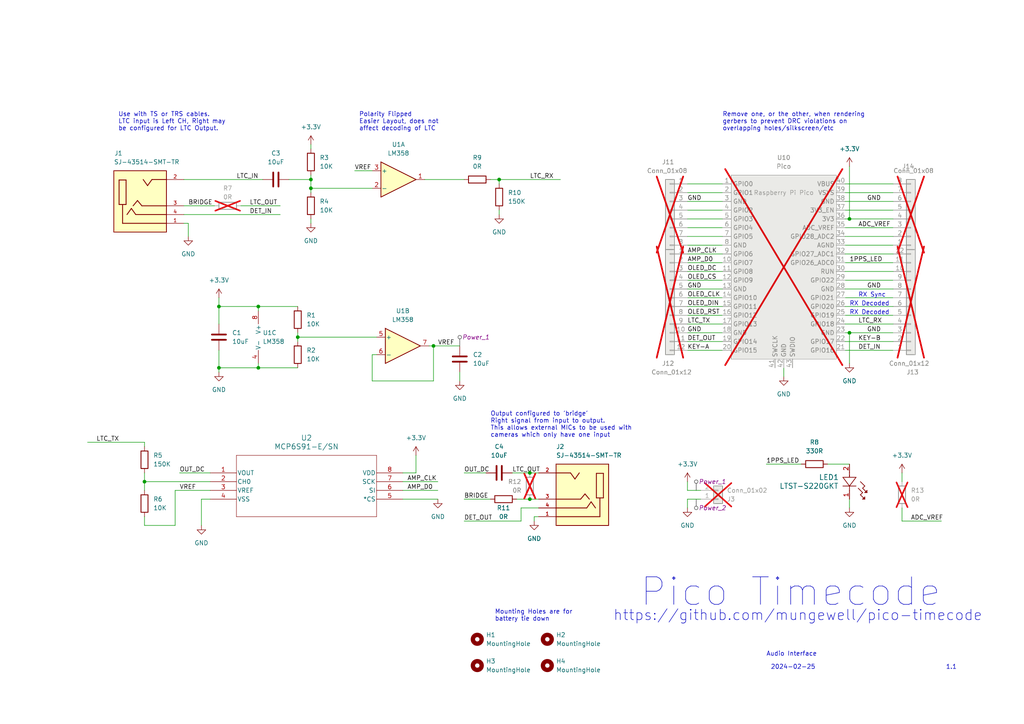
<source format=kicad_sch>
(kicad_sch (version 20230121) (generator eeschema)

  (uuid 8ef2b4e9-27fb-4c93-ac80-f96c780dbc30)

  (paper "A4")

  (lib_symbols
    (symbol "Amplifier_Operational:LM358" (pin_names (offset 0.127)) (in_bom yes) (on_board yes)
      (property "Reference" "U" (at 0 5.08 0)
        (effects (font (size 1.27 1.27)) (justify left))
      )
      (property "Value" "LM358" (at 0 -5.08 0)
        (effects (font (size 1.27 1.27)) (justify left))
      )
      (property "Footprint" "" (at 0 0 0)
        (effects (font (size 1.27 1.27)) hide)
      )
      (property "Datasheet" "http://www.ti.com/lit/ds/symlink/lm2904-n.pdf" (at 0 0 0)
        (effects (font (size 1.27 1.27)) hide)
      )
      (property "ki_locked" "" (at 0 0 0)
        (effects (font (size 1.27 1.27)))
      )
      (property "ki_keywords" "dual opamp" (at 0 0 0)
        (effects (font (size 1.27 1.27)) hide)
      )
      (property "ki_description" "Low-Power, Dual Operational Amplifiers, DIP-8/SOIC-8/TO-99-8" (at 0 0 0)
        (effects (font (size 1.27 1.27)) hide)
      )
      (property "ki_fp_filters" "SOIC*3.9x4.9mm*P1.27mm* DIP*W7.62mm* TO*99* OnSemi*Micro8* TSSOP*3x3mm*P0.65mm* TSSOP*4.4x3mm*P0.65mm* MSOP*3x3mm*P0.65mm* SSOP*3.9x4.9mm*P0.635mm* LFCSP*2x2mm*P0.5mm* *SIP* SOIC*5.3x6.2mm*P1.27mm*" (at 0 0 0)
        (effects (font (size 1.27 1.27)) hide)
      )
      (symbol "LM358_1_1"
        (polyline
          (pts
            (xy -5.08 5.08)
            (xy 5.08 0)
            (xy -5.08 -5.08)
            (xy -5.08 5.08)
          )
          (stroke (width 0.254) (type default))
          (fill (type background))
        )
        (pin output line (at 7.62 0 180) (length 2.54)
          (name "~" (effects (font (size 1.27 1.27))))
          (number "1" (effects (font (size 1.27 1.27))))
        )
        (pin input line (at -7.62 -2.54 0) (length 2.54)
          (name "-" (effects (font (size 1.27 1.27))))
          (number "2" (effects (font (size 1.27 1.27))))
        )
        (pin input line (at -7.62 2.54 0) (length 2.54)
          (name "+" (effects (font (size 1.27 1.27))))
          (number "3" (effects (font (size 1.27 1.27))))
        )
      )
      (symbol "LM358_2_1"
        (polyline
          (pts
            (xy -5.08 5.08)
            (xy 5.08 0)
            (xy -5.08 -5.08)
            (xy -5.08 5.08)
          )
          (stroke (width 0.254) (type default))
          (fill (type background))
        )
        (pin input line (at -7.62 2.54 0) (length 2.54)
          (name "+" (effects (font (size 1.27 1.27))))
          (number "5" (effects (font (size 1.27 1.27))))
        )
        (pin input line (at -7.62 -2.54 0) (length 2.54)
          (name "-" (effects (font (size 1.27 1.27))))
          (number "6" (effects (font (size 1.27 1.27))))
        )
        (pin output line (at 7.62 0 180) (length 2.54)
          (name "~" (effects (font (size 1.27 1.27))))
          (number "7" (effects (font (size 1.27 1.27))))
        )
      )
      (symbol "LM358_3_1"
        (pin power_in line (at -2.54 -7.62 90) (length 3.81)
          (name "V-" (effects (font (size 1.27 1.27))))
          (number "4" (effects (font (size 1.27 1.27))))
        )
        (pin power_in line (at -2.54 7.62 270) (length 3.81)
          (name "V+" (effects (font (size 1.27 1.27))))
          (number "8" (effects (font (size 1.27 1.27))))
        )
      )
    )
    (symbol "Connector_Generic:Conn_01x02" (pin_names (offset 1.016) hide) (in_bom yes) (on_board yes)
      (property "Reference" "J" (at 0 2.54 0)
        (effects (font (size 1.27 1.27)))
      )
      (property "Value" "Conn_01x02" (at 0 -5.08 0)
        (effects (font (size 1.27 1.27)))
      )
      (property "Footprint" "" (at 0 0 0)
        (effects (font (size 1.27 1.27)) hide)
      )
      (property "Datasheet" "~" (at 0 0 0)
        (effects (font (size 1.27 1.27)) hide)
      )
      (property "ki_keywords" "connector" (at 0 0 0)
        (effects (font (size 1.27 1.27)) hide)
      )
      (property "ki_description" "Generic connector, single row, 01x02, script generated (kicad-library-utils/schlib/autogen/connector/)" (at 0 0 0)
        (effects (font (size 1.27 1.27)) hide)
      )
      (property "ki_fp_filters" "Connector*:*_1x??_*" (at 0 0 0)
        (effects (font (size 1.27 1.27)) hide)
      )
      (symbol "Conn_01x02_1_1"
        (rectangle (start -1.27 -2.413) (end 0 -2.667)
          (stroke (width 0.1524) (type default))
          (fill (type none))
        )
        (rectangle (start -1.27 0.127) (end 0 -0.127)
          (stroke (width 0.1524) (type default))
          (fill (type none))
        )
        (rectangle (start -1.27 1.27) (end 1.27 -3.81)
          (stroke (width 0.254) (type default))
          (fill (type background))
        )
        (pin passive line (at -5.08 0 0) (length 3.81)
          (name "Pin_1" (effects (font (size 1.27 1.27))))
          (number "1" (effects (font (size 1.27 1.27))))
        )
        (pin passive line (at -5.08 -2.54 0) (length 3.81)
          (name "Pin_2" (effects (font (size 1.27 1.27))))
          (number "2" (effects (font (size 1.27 1.27))))
        )
      )
    )
    (symbol "Connector_Generic:Conn_01x08" (pin_names (offset 1.016) hide) (in_bom yes) (on_board yes)
      (property "Reference" "J" (at 0 10.16 0)
        (effects (font (size 1.27 1.27)))
      )
      (property "Value" "Conn_01x08" (at 0 -12.7 0)
        (effects (font (size 1.27 1.27)))
      )
      (property "Footprint" "" (at 0 0 0)
        (effects (font (size 1.27 1.27)) hide)
      )
      (property "Datasheet" "~" (at 0 0 0)
        (effects (font (size 1.27 1.27)) hide)
      )
      (property "ki_keywords" "connector" (at 0 0 0)
        (effects (font (size 1.27 1.27)) hide)
      )
      (property "ki_description" "Generic connector, single row, 01x08, script generated (kicad-library-utils/schlib/autogen/connector/)" (at 0 0 0)
        (effects (font (size 1.27 1.27)) hide)
      )
      (property "ki_fp_filters" "Connector*:*_1x??_*" (at 0 0 0)
        (effects (font (size 1.27 1.27)) hide)
      )
      (symbol "Conn_01x08_1_1"
        (rectangle (start -1.27 -10.033) (end 0 -10.287)
          (stroke (width 0.1524) (type default))
          (fill (type none))
        )
        (rectangle (start -1.27 -7.493) (end 0 -7.747)
          (stroke (width 0.1524) (type default))
          (fill (type none))
        )
        (rectangle (start -1.27 -4.953) (end 0 -5.207)
          (stroke (width 0.1524) (type default))
          (fill (type none))
        )
        (rectangle (start -1.27 -2.413) (end 0 -2.667)
          (stroke (width 0.1524) (type default))
          (fill (type none))
        )
        (rectangle (start -1.27 0.127) (end 0 -0.127)
          (stroke (width 0.1524) (type default))
          (fill (type none))
        )
        (rectangle (start -1.27 2.667) (end 0 2.413)
          (stroke (width 0.1524) (type default))
          (fill (type none))
        )
        (rectangle (start -1.27 5.207) (end 0 4.953)
          (stroke (width 0.1524) (type default))
          (fill (type none))
        )
        (rectangle (start -1.27 7.747) (end 0 7.493)
          (stroke (width 0.1524) (type default))
          (fill (type none))
        )
        (rectangle (start -1.27 8.89) (end 1.27 -11.43)
          (stroke (width 0.254) (type default))
          (fill (type background))
        )
        (pin passive line (at -5.08 7.62 0) (length 3.81)
          (name "Pin_1" (effects (font (size 1.27 1.27))))
          (number "1" (effects (font (size 1.27 1.27))))
        )
        (pin passive line (at -5.08 5.08 0) (length 3.81)
          (name "Pin_2" (effects (font (size 1.27 1.27))))
          (number "2" (effects (font (size 1.27 1.27))))
        )
        (pin passive line (at -5.08 2.54 0) (length 3.81)
          (name "Pin_3" (effects (font (size 1.27 1.27))))
          (number "3" (effects (font (size 1.27 1.27))))
        )
        (pin passive line (at -5.08 0 0) (length 3.81)
          (name "Pin_4" (effects (font (size 1.27 1.27))))
          (number "4" (effects (font (size 1.27 1.27))))
        )
        (pin passive line (at -5.08 -2.54 0) (length 3.81)
          (name "Pin_5" (effects (font (size 1.27 1.27))))
          (number "5" (effects (font (size 1.27 1.27))))
        )
        (pin passive line (at -5.08 -5.08 0) (length 3.81)
          (name "Pin_6" (effects (font (size 1.27 1.27))))
          (number "6" (effects (font (size 1.27 1.27))))
        )
        (pin passive line (at -5.08 -7.62 0) (length 3.81)
          (name "Pin_7" (effects (font (size 1.27 1.27))))
          (number "7" (effects (font (size 1.27 1.27))))
        )
        (pin passive line (at -5.08 -10.16 0) (length 3.81)
          (name "Pin_8" (effects (font (size 1.27 1.27))))
          (number "8" (effects (font (size 1.27 1.27))))
        )
      )
    )
    (symbol "Connector_Generic:Conn_01x12" (pin_names (offset 1.016) hide) (in_bom yes) (on_board yes)
      (property "Reference" "J" (at 0 15.24 0)
        (effects (font (size 1.27 1.27)))
      )
      (property "Value" "Conn_01x12" (at 0 -17.78 0)
        (effects (font (size 1.27 1.27)))
      )
      (property "Footprint" "" (at 0 0 0)
        (effects (font (size 1.27 1.27)) hide)
      )
      (property "Datasheet" "~" (at 0 0 0)
        (effects (font (size 1.27 1.27)) hide)
      )
      (property "ki_keywords" "connector" (at 0 0 0)
        (effects (font (size 1.27 1.27)) hide)
      )
      (property "ki_description" "Generic connector, single row, 01x12, script generated (kicad-library-utils/schlib/autogen/connector/)" (at 0 0 0)
        (effects (font (size 1.27 1.27)) hide)
      )
      (property "ki_fp_filters" "Connector*:*_1x??_*" (at 0 0 0)
        (effects (font (size 1.27 1.27)) hide)
      )
      (symbol "Conn_01x12_1_1"
        (rectangle (start -1.27 -15.113) (end 0 -15.367)
          (stroke (width 0.1524) (type default))
          (fill (type none))
        )
        (rectangle (start -1.27 -12.573) (end 0 -12.827)
          (stroke (width 0.1524) (type default))
          (fill (type none))
        )
        (rectangle (start -1.27 -10.033) (end 0 -10.287)
          (stroke (width 0.1524) (type default))
          (fill (type none))
        )
        (rectangle (start -1.27 -7.493) (end 0 -7.747)
          (stroke (width 0.1524) (type default))
          (fill (type none))
        )
        (rectangle (start -1.27 -4.953) (end 0 -5.207)
          (stroke (width 0.1524) (type default))
          (fill (type none))
        )
        (rectangle (start -1.27 -2.413) (end 0 -2.667)
          (stroke (width 0.1524) (type default))
          (fill (type none))
        )
        (rectangle (start -1.27 0.127) (end 0 -0.127)
          (stroke (width 0.1524) (type default))
          (fill (type none))
        )
        (rectangle (start -1.27 2.667) (end 0 2.413)
          (stroke (width 0.1524) (type default))
          (fill (type none))
        )
        (rectangle (start -1.27 5.207) (end 0 4.953)
          (stroke (width 0.1524) (type default))
          (fill (type none))
        )
        (rectangle (start -1.27 7.747) (end 0 7.493)
          (stroke (width 0.1524) (type default))
          (fill (type none))
        )
        (rectangle (start -1.27 10.287) (end 0 10.033)
          (stroke (width 0.1524) (type default))
          (fill (type none))
        )
        (rectangle (start -1.27 12.827) (end 0 12.573)
          (stroke (width 0.1524) (type default))
          (fill (type none))
        )
        (rectangle (start -1.27 13.97) (end 1.27 -16.51)
          (stroke (width 0.254) (type default))
          (fill (type background))
        )
        (pin passive line (at -5.08 12.7 0) (length 3.81)
          (name "Pin_1" (effects (font (size 1.27 1.27))))
          (number "1" (effects (font (size 1.27 1.27))))
        )
        (pin passive line (at -5.08 -10.16 0) (length 3.81)
          (name "Pin_10" (effects (font (size 1.27 1.27))))
          (number "10" (effects (font (size 1.27 1.27))))
        )
        (pin passive line (at -5.08 -12.7 0) (length 3.81)
          (name "Pin_11" (effects (font (size 1.27 1.27))))
          (number "11" (effects (font (size 1.27 1.27))))
        )
        (pin passive line (at -5.08 -15.24 0) (length 3.81)
          (name "Pin_12" (effects (font (size 1.27 1.27))))
          (number "12" (effects (font (size 1.27 1.27))))
        )
        (pin passive line (at -5.08 10.16 0) (length 3.81)
          (name "Pin_2" (effects (font (size 1.27 1.27))))
          (number "2" (effects (font (size 1.27 1.27))))
        )
        (pin passive line (at -5.08 7.62 0) (length 3.81)
          (name "Pin_3" (effects (font (size 1.27 1.27))))
          (number "3" (effects (font (size 1.27 1.27))))
        )
        (pin passive line (at -5.08 5.08 0) (length 3.81)
          (name "Pin_4" (effects (font (size 1.27 1.27))))
          (number "4" (effects (font (size 1.27 1.27))))
        )
        (pin passive line (at -5.08 2.54 0) (length 3.81)
          (name "Pin_5" (effects (font (size 1.27 1.27))))
          (number "5" (effects (font (size 1.27 1.27))))
        )
        (pin passive line (at -5.08 0 0) (length 3.81)
          (name "Pin_6" (effects (font (size 1.27 1.27))))
          (number "6" (effects (font (size 1.27 1.27))))
        )
        (pin passive line (at -5.08 -2.54 0) (length 3.81)
          (name "Pin_7" (effects (font (size 1.27 1.27))))
          (number "7" (effects (font (size 1.27 1.27))))
        )
        (pin passive line (at -5.08 -5.08 0) (length 3.81)
          (name "Pin_8" (effects (font (size 1.27 1.27))))
          (number "8" (effects (font (size 1.27 1.27))))
        )
        (pin passive line (at -5.08 -7.62 0) (length 3.81)
          (name "Pin_9" (effects (font (size 1.27 1.27))))
          (number "9" (effects (font (size 1.27 1.27))))
        )
      )
    )
    (symbol "Device:C" (pin_numbers hide) (pin_names (offset 0.254)) (in_bom yes) (on_board yes)
      (property "Reference" "C" (at 0.635 2.54 0)
        (effects (font (size 1.27 1.27)) (justify left))
      )
      (property "Value" "C" (at 0.635 -2.54 0)
        (effects (font (size 1.27 1.27)) (justify left))
      )
      (property "Footprint" "" (at 0.9652 -3.81 0)
        (effects (font (size 1.27 1.27)) hide)
      )
      (property "Datasheet" "~" (at 0 0 0)
        (effects (font (size 1.27 1.27)) hide)
      )
      (property "ki_keywords" "cap capacitor" (at 0 0 0)
        (effects (font (size 1.27 1.27)) hide)
      )
      (property "ki_description" "Unpolarized capacitor" (at 0 0 0)
        (effects (font (size 1.27 1.27)) hide)
      )
      (property "ki_fp_filters" "C_*" (at 0 0 0)
        (effects (font (size 1.27 1.27)) hide)
      )
      (symbol "C_0_1"
        (polyline
          (pts
            (xy -2.032 -0.762)
            (xy 2.032 -0.762)
          )
          (stroke (width 0.508) (type default))
          (fill (type none))
        )
        (polyline
          (pts
            (xy -2.032 0.762)
            (xy 2.032 0.762)
          )
          (stroke (width 0.508) (type default))
          (fill (type none))
        )
      )
      (symbol "C_1_1"
        (pin passive line (at 0 3.81 270) (length 2.794)
          (name "~" (effects (font (size 1.27 1.27))))
          (number "1" (effects (font (size 1.27 1.27))))
        )
        (pin passive line (at 0 -3.81 90) (length 2.794)
          (name "~" (effects (font (size 1.27 1.27))))
          (number "2" (effects (font (size 1.27 1.27))))
        )
      )
    )
    (symbol "Device:R" (pin_numbers hide) (pin_names (offset 0)) (in_bom yes) (on_board yes)
      (property "Reference" "R" (at 2.032 0 90)
        (effects (font (size 1.27 1.27)))
      )
      (property "Value" "R" (at 0 0 90)
        (effects (font (size 1.27 1.27)))
      )
      (property "Footprint" "" (at -1.778 0 90)
        (effects (font (size 1.27 1.27)) hide)
      )
      (property "Datasheet" "~" (at 0 0 0)
        (effects (font (size 1.27 1.27)) hide)
      )
      (property "ki_keywords" "R res resistor" (at 0 0 0)
        (effects (font (size 1.27 1.27)) hide)
      )
      (property "ki_description" "Resistor" (at 0 0 0)
        (effects (font (size 1.27 1.27)) hide)
      )
      (property "ki_fp_filters" "R_*" (at 0 0 0)
        (effects (font (size 1.27 1.27)) hide)
      )
      (symbol "R_0_1"
        (rectangle (start -1.016 -2.54) (end 1.016 2.54)
          (stroke (width 0.254) (type default))
          (fill (type none))
        )
      )
      (symbol "R_1_1"
        (pin passive line (at 0 3.81 270) (length 1.27)
          (name "~" (effects (font (size 1.27 1.27))))
          (number "1" (effects (font (size 1.27 1.27))))
        )
        (pin passive line (at 0 -3.81 90) (length 1.27)
          (name "~" (effects (font (size 1.27 1.27))))
          (number "2" (effects (font (size 1.27 1.27))))
        )
      )
    )
    (symbol "KiCad-RP-Pico-main:Pico" (in_bom yes) (on_board yes)
      (property "Reference" "U" (at -13.97 27.94 0)
        (effects (font (size 1.27 1.27)))
      )
      (property "Value" "Pico" (at 0 19.05 0)
        (effects (font (size 1.27 1.27)))
      )
      (property "Footprint" "RPi_Pico:RPi_Pico_SMD_TH" (at 0 0 90)
        (effects (font (size 1.27 1.27)) hide)
      )
      (property "Datasheet" "" (at 0 0 0)
        (effects (font (size 1.27 1.27)) hide)
      )
      (symbol "Pico_0_0"
        (text "Raspberry Pi Pico" (at 0 21.59 0)
          (effects (font (size 1.27 1.27)))
        )
      )
      (symbol "Pico_0_1"
        (rectangle (start -15.24 26.67) (end 15.24 -26.67)
          (stroke (width 0) (type default))
          (fill (type background))
        )
      )
      (symbol "Pico_1_1"
        (pin bidirectional line (at -17.78 24.13 0) (length 2.54)
          (name "GPIO0" (effects (font (size 1.27 1.27))))
          (number "1" (effects (font (size 1.27 1.27))))
        )
        (pin bidirectional line (at -17.78 1.27 0) (length 2.54)
          (name "GPIO7" (effects (font (size 1.27 1.27))))
          (number "10" (effects (font (size 1.27 1.27))))
        )
        (pin bidirectional line (at -17.78 -1.27 0) (length 2.54)
          (name "GPIO8" (effects (font (size 1.27 1.27))))
          (number "11" (effects (font (size 1.27 1.27))))
        )
        (pin bidirectional line (at -17.78 -3.81 0) (length 2.54)
          (name "GPIO9" (effects (font (size 1.27 1.27))))
          (number "12" (effects (font (size 1.27 1.27))))
        )
        (pin power_in line (at -17.78 -6.35 0) (length 2.54)
          (name "GND" (effects (font (size 1.27 1.27))))
          (number "13" (effects (font (size 1.27 1.27))))
        )
        (pin bidirectional line (at -17.78 -8.89 0) (length 2.54)
          (name "GPIO10" (effects (font (size 1.27 1.27))))
          (number "14" (effects (font (size 1.27 1.27))))
        )
        (pin bidirectional line (at -17.78 -11.43 0) (length 2.54)
          (name "GPIO11" (effects (font (size 1.27 1.27))))
          (number "15" (effects (font (size 1.27 1.27))))
        )
        (pin bidirectional line (at -17.78 -13.97 0) (length 2.54)
          (name "GPIO12" (effects (font (size 1.27 1.27))))
          (number "16" (effects (font (size 1.27 1.27))))
        )
        (pin bidirectional line (at -17.78 -16.51 0) (length 2.54)
          (name "GPIO13" (effects (font (size 1.27 1.27))))
          (number "17" (effects (font (size 1.27 1.27))))
        )
        (pin power_in line (at -17.78 -19.05 0) (length 2.54)
          (name "GND" (effects (font (size 1.27 1.27))))
          (number "18" (effects (font (size 1.27 1.27))))
        )
        (pin bidirectional line (at -17.78 -21.59 0) (length 2.54)
          (name "GPIO14" (effects (font (size 1.27 1.27))))
          (number "19" (effects (font (size 1.27 1.27))))
        )
        (pin bidirectional line (at -17.78 21.59 0) (length 2.54)
          (name "GPIO1" (effects (font (size 1.27 1.27))))
          (number "2" (effects (font (size 1.27 1.27))))
        )
        (pin bidirectional line (at -17.78 -24.13 0) (length 2.54)
          (name "GPIO15" (effects (font (size 1.27 1.27))))
          (number "20" (effects (font (size 1.27 1.27))))
        )
        (pin bidirectional line (at 17.78 -24.13 180) (length 2.54)
          (name "GPIO16" (effects (font (size 1.27 1.27))))
          (number "21" (effects (font (size 1.27 1.27))))
        )
        (pin bidirectional line (at 17.78 -21.59 180) (length 2.54)
          (name "GPIO17" (effects (font (size 1.27 1.27))))
          (number "22" (effects (font (size 1.27 1.27))))
        )
        (pin power_in line (at 17.78 -19.05 180) (length 2.54)
          (name "GND" (effects (font (size 1.27 1.27))))
          (number "23" (effects (font (size 1.27 1.27))))
        )
        (pin bidirectional line (at 17.78 -16.51 180) (length 2.54)
          (name "GPIO18" (effects (font (size 1.27 1.27))))
          (number "24" (effects (font (size 1.27 1.27))))
        )
        (pin bidirectional line (at 17.78 -13.97 180) (length 2.54)
          (name "GPIO19" (effects (font (size 1.27 1.27))))
          (number "25" (effects (font (size 1.27 1.27))))
        )
        (pin bidirectional line (at 17.78 -11.43 180) (length 2.54)
          (name "GPIO20" (effects (font (size 1.27 1.27))))
          (number "26" (effects (font (size 1.27 1.27))))
        )
        (pin bidirectional line (at 17.78 -8.89 180) (length 2.54)
          (name "GPIO21" (effects (font (size 1.27 1.27))))
          (number "27" (effects (font (size 1.27 1.27))))
        )
        (pin power_in line (at 17.78 -6.35 180) (length 2.54)
          (name "GND" (effects (font (size 1.27 1.27))))
          (number "28" (effects (font (size 1.27 1.27))))
        )
        (pin bidirectional line (at 17.78 -3.81 180) (length 2.54)
          (name "GPIO22" (effects (font (size 1.27 1.27))))
          (number "29" (effects (font (size 1.27 1.27))))
        )
        (pin power_in line (at -17.78 19.05 0) (length 2.54)
          (name "GND" (effects (font (size 1.27 1.27))))
          (number "3" (effects (font (size 1.27 1.27))))
        )
        (pin input line (at 17.78 -1.27 180) (length 2.54)
          (name "RUN" (effects (font (size 1.27 1.27))))
          (number "30" (effects (font (size 1.27 1.27))))
        )
        (pin bidirectional line (at 17.78 1.27 180) (length 2.54)
          (name "GPIO26_ADC0" (effects (font (size 1.27 1.27))))
          (number "31" (effects (font (size 1.27 1.27))))
        )
        (pin bidirectional line (at 17.78 3.81 180) (length 2.54)
          (name "GPIO27_ADC1" (effects (font (size 1.27 1.27))))
          (number "32" (effects (font (size 1.27 1.27))))
        )
        (pin power_in line (at 17.78 6.35 180) (length 2.54)
          (name "AGND" (effects (font (size 1.27 1.27))))
          (number "33" (effects (font (size 1.27 1.27))))
        )
        (pin bidirectional line (at 17.78 8.89 180) (length 2.54)
          (name "GPIO28_ADC2" (effects (font (size 1.27 1.27))))
          (number "34" (effects (font (size 1.27 1.27))))
        )
        (pin power_in line (at 17.78 11.43 180) (length 2.54)
          (name "ADC_VREF" (effects (font (size 1.27 1.27))))
          (number "35" (effects (font (size 1.27 1.27))))
        )
        (pin power_in line (at 17.78 13.97 180) (length 2.54)
          (name "3V3" (effects (font (size 1.27 1.27))))
          (number "36" (effects (font (size 1.27 1.27))))
        )
        (pin input line (at 17.78 16.51 180) (length 2.54)
          (name "3V3_EN" (effects (font (size 1.27 1.27))))
          (number "37" (effects (font (size 1.27 1.27))))
        )
        (pin bidirectional line (at 17.78 19.05 180) (length 2.54)
          (name "GND" (effects (font (size 1.27 1.27))))
          (number "38" (effects (font (size 1.27 1.27))))
        )
        (pin power_in line (at 17.78 21.59 180) (length 2.54)
          (name "VSYS" (effects (font (size 1.27 1.27))))
          (number "39" (effects (font (size 1.27 1.27))))
        )
        (pin bidirectional line (at -17.78 16.51 0) (length 2.54)
          (name "GPIO2" (effects (font (size 1.27 1.27))))
          (number "4" (effects (font (size 1.27 1.27))))
        )
        (pin power_in line (at 17.78 24.13 180) (length 2.54)
          (name "VBUS" (effects (font (size 1.27 1.27))))
          (number "40" (effects (font (size 1.27 1.27))))
        )
        (pin input line (at -2.54 -29.21 90) (length 2.54)
          (name "SWCLK" (effects (font (size 1.27 1.27))))
          (number "41" (effects (font (size 1.27 1.27))))
        )
        (pin power_in line (at 0 -29.21 90) (length 2.54)
          (name "GND" (effects (font (size 1.27 1.27))))
          (number "42" (effects (font (size 1.27 1.27))))
        )
        (pin bidirectional line (at 2.54 -29.21 90) (length 2.54)
          (name "SWDIO" (effects (font (size 1.27 1.27))))
          (number "43" (effects (font (size 1.27 1.27))))
        )
        (pin bidirectional line (at -17.78 13.97 0) (length 2.54)
          (name "GPIO3" (effects (font (size 1.27 1.27))))
          (number "5" (effects (font (size 1.27 1.27))))
        )
        (pin bidirectional line (at -17.78 11.43 0) (length 2.54)
          (name "GPIO4" (effects (font (size 1.27 1.27))))
          (number "6" (effects (font (size 1.27 1.27))))
        )
        (pin bidirectional line (at -17.78 8.89 0) (length 2.54)
          (name "GPIO5" (effects (font (size 1.27 1.27))))
          (number "7" (effects (font (size 1.27 1.27))))
        )
        (pin power_in line (at -17.78 6.35 0) (length 2.54)
          (name "GND" (effects (font (size 1.27 1.27))))
          (number "8" (effects (font (size 1.27 1.27))))
        )
        (pin bidirectional line (at -17.78 3.81 0) (length 2.54)
          (name "GPIO6" (effects (font (size 1.27 1.27))))
          (number "9" (effects (font (size 1.27 1.27))))
        )
      )
    )
    (symbol "LTST_S220GKT:LTST-S220GKT" (pin_names (offset 0.254)) (in_bom yes) (on_board yes)
      (property "Reference" "LED" (at 5.08 -4.445 0)
        (effects (font (size 1.524 1.524)))
      )
      (property "Value" "LTST-S220GKT" (at 5.08 -7.62 0)
        (effects (font (size 1.524 1.524)))
      )
      (property "Footprint" "LED_LTST-S220GKT_LTO" (at 0 0 0)
        (effects (font (size 1.27 1.27) italic) hide)
      )
      (property "Datasheet" "LTST-S220GKT" (at 0 0 0)
        (effects (font (size 1.27 1.27) italic) hide)
      )
      (property "ki_locked" "" (at 0 0 0)
        (effects (font (size 1.27 1.27)))
      )
      (property "ki_keywords" "LTST-S220GKT" (at 0 0 0)
        (effects (font (size 1.27 1.27)) hide)
      )
      (property "ki_fp_filters" "LED_LTST-S220GKT_LTO LED_LTST-S220GKT_LTO-M LED_LTST-S220GKT_LTO-L" (at 0 0 0)
        (effects (font (size 1.27 1.27)) hide)
      )
      (symbol "LTST-S220GKT_1_1"
        (polyline
          (pts
            (xy 2.54 0)
            (xy 3.4798 0)
          )
          (stroke (width 0.2032) (type default))
          (fill (type none))
        )
        (polyline
          (pts
            (xy 3.175 0)
            (xy 3.81 0)
          )
          (stroke (width 0.2032) (type default))
          (fill (type none))
        )
        (polyline
          (pts
            (xy 3.81 -1.905)
            (xy 6.35 0)
          )
          (stroke (width 0.2032) (type default))
          (fill (type none))
        )
        (polyline
          (pts
            (xy 3.81 1.905)
            (xy 3.81 -1.905)
          )
          (stroke (width 0.2032) (type default))
          (fill (type none))
        )
        (polyline
          (pts
            (xy 5.08 3.175)
            (xy 6.35 4.445)
          )
          (stroke (width 0.2032) (type default))
          (fill (type none))
        )
        (polyline
          (pts
            (xy 6.35 -1.905)
            (xy 6.35 1.905)
          )
          (stroke (width 0.2032) (type default))
          (fill (type none))
        )
        (polyline
          (pts
            (xy 6.35 0)
            (xy 3.81 1.905)
          )
          (stroke (width 0.2032) (type default))
          (fill (type none))
        )
        (polyline
          (pts
            (xy 6.35 0)
            (xy 7.62 0)
          )
          (stroke (width 0.2032) (type default))
          (fill (type none))
        )
        (polyline
          (pts
            (xy 6.35 4.445)
            (xy 6.985 3.81)
          )
          (stroke (width 0.2032) (type default))
          (fill (type none))
        )
        (polyline
          (pts
            (xy 6.985 2.54)
            (xy 8.255 3.81)
          )
          (stroke (width 0.2032) (type default))
          (fill (type none))
        )
        (polyline
          (pts
            (xy 6.985 3.81)
            (xy 8.255 5.08)
          )
          (stroke (width 0.2032) (type default))
          (fill (type none))
        )
        (polyline
          (pts
            (xy 7.62 5.08)
            (xy 8.255 4.445)
          )
          (stroke (width 0.2032) (type default))
          (fill (type none))
        )
        (polyline
          (pts
            (xy 8.255 3.81)
            (xy 8.89 3.175)
          )
          (stroke (width 0.2032) (type default))
          (fill (type none))
        )
        (polyline
          (pts
            (xy 8.255 4.445)
            (xy 8.255 5.08)
          )
          (stroke (width 0.2032) (type default))
          (fill (type none))
        )
        (polyline
          (pts
            (xy 8.255 5.08)
            (xy 7.62 5.08)
          )
          (stroke (width 0.2032) (type default))
          (fill (type none))
        )
        (polyline
          (pts
            (xy 8.89 3.175)
            (xy 10.16 4.445)
          )
          (stroke (width 0.2032) (type default))
          (fill (type none))
        )
        (polyline
          (pts
            (xy 9.525 4.445)
            (xy 10.16 3.81)
          )
          (stroke (width 0.2032) (type default))
          (fill (type none))
        )
        (polyline
          (pts
            (xy 10.16 3.81)
            (xy 10.16 4.445)
          )
          (stroke (width 0.2032) (type default))
          (fill (type none))
        )
        (polyline
          (pts
            (xy 10.16 4.445)
            (xy 9.525 4.445)
          )
          (stroke (width 0.2032) (type default))
          (fill (type none))
        )
        (pin unspecified line (at 10.16 0 180) (length 2.54)
          (name "" (effects (font (size 1.27 1.27))))
          (number "1" (effects (font (size 1.27 1.27))))
        )
        (pin unspecified line (at 0 0 0) (length 2.54)
          (name "" (effects (font (size 1.27 1.27))))
          (number "2" (effects (font (size 1.27 1.27))))
        )
      )
    )
    (symbol "MCP6S91_E_SN:MCP6S91-E_SN" (pin_names (offset 0.254)) (in_bom yes) (on_board yes)
      (property "Reference" "U" (at 27.94 10.16 0)
        (effects (font (size 1.524 1.524)))
      )
      (property "Value" "MCP6S91-E/SN" (at 27.94 7.62 0)
        (effects (font (size 1.524 1.524)))
      )
      (property "Footprint" "SOIC8-N_MC_MCH" (at 0 0 0)
        (effects (font (size 1.27 1.27) italic) hide)
      )
      (property "Datasheet" "MCP6S91-E/SN" (at 0 0 0)
        (effects (font (size 1.27 1.27) italic) hide)
      )
      (property "ki_locked" "" (at 0 0 0)
        (effects (font (size 1.27 1.27)))
      )
      (property "ki_keywords" "MCP6S91-E/SN" (at 0 0 0)
        (effects (font (size 1.27 1.27)) hide)
      )
      (property "ki_fp_filters" "SOIC8-N_MC_MCH SOIC8-N_MC_MCH-M SOIC8-N_MC_MCH-L" (at 0 0 0)
        (effects (font (size 1.27 1.27)) hide)
      )
      (symbol "MCP6S91-E_SN_1_1"
        (polyline
          (pts
            (xy 7.62 -12.7)
            (xy 48.26 -12.7)
          )
          (stroke (width 0.127) (type default))
          (fill (type none))
        )
        (polyline
          (pts
            (xy 7.62 5.08)
            (xy 7.62 -12.7)
          )
          (stroke (width 0.127) (type default))
          (fill (type none))
        )
        (polyline
          (pts
            (xy 48.26 -12.7)
            (xy 48.26 5.08)
          )
          (stroke (width 0.127) (type default))
          (fill (type none))
        )
        (polyline
          (pts
            (xy 48.26 5.08)
            (xy 7.62 5.08)
          )
          (stroke (width 0.127) (type default))
          (fill (type none))
        )
        (pin unspecified line (at 0 0 0) (length 7.62)
          (name "VOUT" (effects (font (size 1.27 1.27))))
          (number "1" (effects (font (size 1.27 1.27))))
        )
        (pin unspecified line (at 0 -2.54 0) (length 7.62)
          (name "CH0" (effects (font (size 1.27 1.27))))
          (number "2" (effects (font (size 1.27 1.27))))
        )
        (pin unspecified line (at 0 -5.08 0) (length 7.62)
          (name "VREF" (effects (font (size 1.27 1.27))))
          (number "3" (effects (font (size 1.27 1.27))))
        )
        (pin unspecified line (at 0 -7.62 0) (length 7.62)
          (name "VSS" (effects (font (size 1.27 1.27))))
          (number "4" (effects (font (size 1.27 1.27))))
        )
        (pin unspecified line (at 55.88 -7.62 180) (length 7.62)
          (name "*CS" (effects (font (size 1.27 1.27))))
          (number "5" (effects (font (size 1.27 1.27))))
        )
        (pin unspecified line (at 55.88 -5.08 180) (length 7.62)
          (name "SI" (effects (font (size 1.27 1.27))))
          (number "6" (effects (font (size 1.27 1.27))))
        )
        (pin unspecified line (at 55.88 -2.54 180) (length 7.62)
          (name "SCK" (effects (font (size 1.27 1.27))))
          (number "7" (effects (font (size 1.27 1.27))))
        )
        (pin unspecified line (at 55.88 0 180) (length 7.62)
          (name "VDD" (effects (font (size 1.27 1.27))))
          (number "8" (effects (font (size 1.27 1.27))))
        )
      )
    )
    (symbol "Mechanical:MountingHole" (pin_names (offset 1.016)) (in_bom yes) (on_board yes)
      (property "Reference" "H" (at 0 5.08 0)
        (effects (font (size 1.27 1.27)))
      )
      (property "Value" "MountingHole" (at 0 3.175 0)
        (effects (font (size 1.27 1.27)))
      )
      (property "Footprint" "" (at 0 0 0)
        (effects (font (size 1.27 1.27)) hide)
      )
      (property "Datasheet" "~" (at 0 0 0)
        (effects (font (size 1.27 1.27)) hide)
      )
      (property "ki_keywords" "mounting hole" (at 0 0 0)
        (effects (font (size 1.27 1.27)) hide)
      )
      (property "ki_description" "Mounting Hole without connection" (at 0 0 0)
        (effects (font (size 1.27 1.27)) hide)
      )
      (property "ki_fp_filters" "MountingHole*" (at 0 0 0)
        (effects (font (size 1.27 1.27)) hide)
      )
      (symbol "MountingHole_0_1"
        (circle (center 0 0) (radius 1.27)
          (stroke (width 1.27) (type default))
          (fill (type none))
        )
      )
    )
    (symbol "SJ-43514-SMT-TR:SJ-43514-SMT-TR" (pin_names (offset 1.016) hide) (in_bom yes) (on_board yes)
      (property "Reference" "J" (at -7.62 8.382 0)
        (effects (font (size 1.27 1.27)) (justify left bottom))
      )
      (property "Value" "SJ-43514-SMT-TR" (at -7.62 -12.7 0)
        (effects (font (size 1.27 1.27)) (justify left bottom))
      )
      (property "Footprint" "CUI_SJ-43514-SMT-TR" (at 0 0 0)
        (effects (font (size 1.27 1.27)) (justify left bottom) hide)
      )
      (property "Datasheet" "" (at 0 0 0)
        (effects (font (size 1.27 1.27)) (justify left bottom) hide)
      )
      (property "PARTREV" "1.05" (at 0 0 0)
        (effects (font (size 1.27 1.27)) (justify left bottom) hide)
      )
      (property "STANDARD" "Manufacturer Recommendations" (at 0 0 0)
        (effects (font (size 1.27 1.27)) (justify left bottom) hide)
      )
      (property "SNAPEDA_PN" "SJ-43514-SMT-TR" (at 0 0 0)
        (effects (font (size 1.27 1.27)) (justify left bottom) hide)
      )
      (property "MAXIMUM_PACKAGE_HEIGHT" "5.3mm" (at 0 0 0)
        (effects (font (size 1.27 1.27)) (justify left bottom) hide)
      )
      (property "MANUFACTURER" "CUI Devices" (at 0 0 0)
        (effects (font (size 1.27 1.27)) (justify left bottom) hide)
      )
      (property "ki_locked" "" (at 0 0 0)
        (effects (font (size 1.27 1.27)))
      )
      (symbol "SJ-43514-SMT-TR_0_0"
        (rectangle (start -7.62 -10.16) (end 7.62 7.62)
          (stroke (width 0.254) (type solid))
          (fill (type background))
        )
        (polyline
          (pts
            (xy -6.096 -7.493)
            (xy -4.064 -7.493)
          )
          (stroke (width 0.254) (type solid))
          (fill (type none))
        )
        (polyline
          (pts
            (xy -6.096 -0.381)
            (xy -6.096 -7.493)
          )
          (stroke (width 0.254) (type solid))
          (fill (type none))
        )
        (polyline
          (pts
            (xy -5.08 5.08)
            (xy -5.08 -0.254)
          )
          (stroke (width 0.254) (type solid))
          (fill (type none))
        )
        (polyline
          (pts
            (xy -5.08 5.08)
            (xy 7.62 5.08)
          )
          (stroke (width 0.254) (type solid))
          (fill (type none))
        )
        (polyline
          (pts
            (xy -4.064 -7.493)
            (xy -4.064 -0.381)
          )
          (stroke (width 0.254) (type solid))
          (fill (type none))
        )
        (polyline
          (pts
            (xy -4.064 -0.381)
            (xy -6.096 -0.381)
          )
          (stroke (width 0.254) (type solid))
          (fill (type none))
        )
        (polyline
          (pts
            (xy -3.81 2.54)
            (xy -2.54 0.762)
          )
          (stroke (width 0.254) (type solid))
          (fill (type none))
        )
        (polyline
          (pts
            (xy -2.54 0.762)
            (xy -1.27 2.54)
          )
          (stroke (width 0.254) (type solid))
          (fill (type none))
        )
        (polyline
          (pts
            (xy -2.032 0)
            (xy -0.762 -1.524)
          )
          (stroke (width 0.254) (type solid))
          (fill (type none))
        )
        (polyline
          (pts
            (xy -1.27 2.54)
            (xy 7.62 2.54)
          )
          (stroke (width 0.254) (type solid))
          (fill (type none))
        )
        (polyline
          (pts
            (xy -0.762 -1.524)
            (xy 0.508 0)
          )
          (stroke (width 0.254) (type solid))
          (fill (type none))
        )
        (polyline
          (pts
            (xy 0.508 0)
            (xy 7.62 0)
          )
          (stroke (width 0.254) (type solid))
          (fill (type none))
        )
        (polyline
          (pts
            (xy 0.889 -7.62)
            (xy 2.159 -5.842)
          )
          (stroke (width 0.254) (type solid))
          (fill (type none))
        )
        (polyline
          (pts
            (xy 2.159 -5.842)
            (xy 3.429 -7.62)
          )
          (stroke (width 0.254) (type solid))
          (fill (type none))
        )
        (polyline
          (pts
            (xy 3.429 -7.62)
            (xy 7.62 -7.62)
          )
          (stroke (width 0.254) (type solid))
          (fill (type none))
        )
        (pin passive line (at 12.7 5.08 180) (length 5.08)
          (name "~" (effects (font (size 1.016 1.016))))
          (number "1" (effects (font (size 1.016 1.016))))
        )
        (pin passive line (at 12.7 -7.62 180) (length 5.08)
          (name "~" (effects (font (size 1.016 1.016))))
          (number "2" (effects (font (size 1.016 1.016))))
        )
        (pin passive line (at 12.7 0 180) (length 5.08)
          (name "~" (effects (font (size 1.016 1.016))))
          (number "3" (effects (font (size 1.016 1.016))))
        )
        (pin passive line (at 12.7 2.54 180) (length 5.08)
          (name "~" (effects (font (size 1.016 1.016))))
          (number "4" (effects (font (size 1.016 1.016))))
        )
      )
    )
    (symbol "power:+3.3V" (power) (pin_names (offset 0)) (in_bom yes) (on_board yes)
      (property "Reference" "#PWR" (at 0 -3.81 0)
        (effects (font (size 1.27 1.27)) hide)
      )
      (property "Value" "+3.3V" (at 0 3.556 0)
        (effects (font (size 1.27 1.27)))
      )
      (property "Footprint" "" (at 0 0 0)
        (effects (font (size 1.27 1.27)) hide)
      )
      (property "Datasheet" "" (at 0 0 0)
        (effects (font (size 1.27 1.27)) hide)
      )
      (property "ki_keywords" "global power" (at 0 0 0)
        (effects (font (size 1.27 1.27)) hide)
      )
      (property "ki_description" "Power symbol creates a global label with name \"+3.3V\"" (at 0 0 0)
        (effects (font (size 1.27 1.27)) hide)
      )
      (symbol "+3.3V_0_1"
        (polyline
          (pts
            (xy -0.762 1.27)
            (xy 0 2.54)
          )
          (stroke (width 0) (type default))
          (fill (type none))
        )
        (polyline
          (pts
            (xy 0 0)
            (xy 0 2.54)
          )
          (stroke (width 0) (type default))
          (fill (type none))
        )
        (polyline
          (pts
            (xy 0 2.54)
            (xy 0.762 1.27)
          )
          (stroke (width 0) (type default))
          (fill (type none))
        )
      )
      (symbol "+3.3V_1_1"
        (pin power_in line (at 0 0 90) (length 0) hide
          (name "+3.3V" (effects (font (size 1.27 1.27))))
          (number "1" (effects (font (size 1.27 1.27))))
        )
      )
    )
    (symbol "power:GND" (power) (pin_names (offset 0)) (in_bom yes) (on_board yes)
      (property "Reference" "#PWR" (at 0 -6.35 0)
        (effects (font (size 1.27 1.27)) hide)
      )
      (property "Value" "GND" (at 0 -3.81 0)
        (effects (font (size 1.27 1.27)))
      )
      (property "Footprint" "" (at 0 0 0)
        (effects (font (size 1.27 1.27)) hide)
      )
      (property "Datasheet" "" (at 0 0 0)
        (effects (font (size 1.27 1.27)) hide)
      )
      (property "ki_keywords" "global power" (at 0 0 0)
        (effects (font (size 1.27 1.27)) hide)
      )
      (property "ki_description" "Power symbol creates a global label with name \"GND\" , ground" (at 0 0 0)
        (effects (font (size 1.27 1.27)) hide)
      )
      (symbol "GND_0_1"
        (polyline
          (pts
            (xy 0 0)
            (xy 0 -1.27)
            (xy 1.27 -1.27)
            (xy 0 -2.54)
            (xy -1.27 -1.27)
            (xy 0 -1.27)
          )
          (stroke (width 0) (type default))
          (fill (type none))
        )
      )
      (symbol "GND_1_1"
        (pin power_in line (at 0 0 270) (length 0) hide
          (name "GND" (effects (font (size 1.27 1.27))))
          (number "1" (effects (font (size 1.27 1.27))))
        )
      )
    )
  )

  (junction (at 246.38 96.52) (diameter 0) (color 0 0 0 0)
    (uuid 0ce9c7ed-2562-40e9-8957-79c86d31c330)
  )
  (junction (at 144.78 52.07) (diameter 0) (color 0 0 0 0)
    (uuid 0e09f452-bf27-4758-bb65-c5440bf2ab60)
  )
  (junction (at 74.93 88.9) (diameter 0) (color 0 0 0 0)
    (uuid 1794f794-60c0-4044-bbb8-3fed41492559)
  )
  (junction (at 74.93 106.68) (diameter 0) (color 0 0 0 0)
    (uuid 24502091-1188-49c9-bd14-1b963e2d16d5)
  )
  (junction (at 41.91 139.7) (diameter 0) (color 0 0 0 0)
    (uuid 2fcb56da-36e0-4e83-9824-433cb00f4c50)
  )
  (junction (at 153.67 144.78) (diameter 0) (color 0 0 0 0)
    (uuid 4e0030a7-d0c7-4215-9f59-97f89e1f6282)
  )
  (junction (at 153.67 137.16) (diameter 0) (color 0 0 0 0)
    (uuid 5063df05-42b7-49ff-a394-11f31706fe3e)
  )
  (junction (at 125.73 100.33) (diameter 0) (color 0 0 0 0)
    (uuid 55a3ee24-37de-409f-807d-d13c9f81231d)
  )
  (junction (at 86.36 97.79) (diameter 0) (color 0 0 0 0)
    (uuid 738550f8-6231-4f5e-82e9-f12f7c89e285)
  )
  (junction (at 63.5 106.68) (diameter 0) (color 0 0 0 0)
    (uuid 8d95a3c0-5b95-4e6d-9c2d-35f2de14a4a2)
  )
  (junction (at 90.17 52.07) (diameter 0) (color 0 0 0 0)
    (uuid ac34e46d-1159-458d-bcbd-6bdbc9521eca)
  )
  (junction (at 246.38 63.5) (diameter 0) (color 0 0 0 0)
    (uuid b4a13324-a3ec-42e5-826e-0604ea5f0262)
  )
  (junction (at 90.17 54.61) (diameter 0) (color 0 0 0 0)
    (uuid c84b472a-66b7-465e-8670-ca3afe22363b)
  )
  (junction (at 63.5 88.9) (diameter 0) (color 0 0 0 0)
    (uuid e1348e61-76b5-4686-8b14-344bf80acdd0)
  )

  (wire (pts (xy 63.5 106.68) (xy 63.5 107.95))
    (stroke (width 0) (type default))
    (uuid 04dbf917-113f-4a83-ad2b-bbe79bd5b81c)
  )
  (wire (pts (xy 125.73 100.33) (xy 133.35 100.33))
    (stroke (width 0) (type default))
    (uuid 05808f79-7806-48f6-9485-8b12d25eed0c)
  )
  (wire (pts (xy 199.39 76.2) (xy 209.55 76.2))
    (stroke (width 0) (type default))
    (uuid 0aad7d1a-3003-482e-a8bd-53c658da343b)
  )
  (wire (pts (xy 90.17 63.5) (xy 90.17 64.77))
    (stroke (width 0) (type default))
    (uuid 0e1012ff-5719-4570-abb6-ecaf256d7a7c)
  )
  (wire (pts (xy 245.11 71.12) (xy 259.08 71.12))
    (stroke (width 0) (type default))
    (uuid 0ef279df-a075-4e50-a233-d1a02eafa31d)
  )
  (wire (pts (xy 54.61 64.77) (xy 53.34 64.77))
    (stroke (width 0) (type default))
    (uuid 0f0ff9db-b4de-4b3c-b23f-82ab96529ddb)
  )
  (wire (pts (xy 144.78 52.07) (xy 144.78 53.34))
    (stroke (width 0) (type default))
    (uuid 0f9f7df0-216a-4e46-8213-38121b7c8fac)
  )
  (wire (pts (xy 227.33 106.68) (xy 227.33 109.22))
    (stroke (width 0) (type default))
    (uuid 14f2a3ce-37bc-47e4-986f-607c70ceebb4)
  )
  (wire (pts (xy 144.78 60.96) (xy 144.78 62.23))
    (stroke (width 0) (type default))
    (uuid 175396f5-6843-400a-a224-0ba757720fa1)
  )
  (wire (pts (xy 63.5 88.9) (xy 63.5 93.98))
    (stroke (width 0) (type default))
    (uuid 17d10b54-e373-4c58-864c-5b62544c6f76)
  )
  (wire (pts (xy 199.39 66.04) (xy 209.55 66.04))
    (stroke (width 0) (type default))
    (uuid 1974e673-0ffb-40d7-8fa6-c02159b84a9c)
  )
  (wire (pts (xy 199.39 81.28) (xy 209.55 81.28))
    (stroke (width 0) (type default))
    (uuid 1aff0ef3-f6f8-485f-98c4-18fc8b92ce00)
  )
  (wire (pts (xy 107.95 110.49) (xy 125.73 110.49))
    (stroke (width 0) (type default))
    (uuid 258fbf0c-bcda-4a93-8833-b5e3abb6a337)
  )
  (wire (pts (xy 245.11 68.58) (xy 259.08 68.58))
    (stroke (width 0) (type default))
    (uuid 28d99fbd-1c17-416d-ab9f-3726b53aaa81)
  )
  (wire (pts (xy 245.11 81.28) (xy 259.08 81.28))
    (stroke (width 0) (type default))
    (uuid 2c52a195-8ee2-47d0-b520-7a62e92d3d3a)
  )
  (wire (pts (xy 222.25 134.62) (xy 232.41 134.62))
    (stroke (width 0) (type default))
    (uuid 2e6397f7-1a0f-466f-ae42-f235e1d920c5)
  )
  (wire (pts (xy 90.17 52.07) (xy 90.17 54.61))
    (stroke (width 0) (type default))
    (uuid 3638f2bd-5aea-48b4-83e6-ab08073fb03e)
  )
  (wire (pts (xy 63.5 101.6) (xy 63.5 106.68))
    (stroke (width 0) (type default))
    (uuid 370abab6-d782-438d-bf09-c0377c0c8d6e)
  )
  (wire (pts (xy 63.5 106.68) (xy 74.93 106.68))
    (stroke (width 0) (type default))
    (uuid 37dd4d44-c2d1-4d7a-84a5-e3eb60631603)
  )
  (wire (pts (xy 116.84 142.24) (xy 127 142.24))
    (stroke (width 0) (type default))
    (uuid 37e45217-b1b4-4e4a-aede-9d1a0669ef3d)
  )
  (wire (pts (xy 245.11 66.04) (xy 259.08 66.04))
    (stroke (width 0) (type default))
    (uuid 3c82a9e9-bfd1-4cf9-91ef-329dd902c96e)
  )
  (wire (pts (xy 109.22 102.87) (xy 107.95 102.87))
    (stroke (width 0) (type default))
    (uuid 3d17a151-bf4e-4d73-ad77-a7a1bf5f86a4)
  )
  (wire (pts (xy 74.93 90.17) (xy 74.93 88.9))
    (stroke (width 0) (type default))
    (uuid 3d60c587-f91d-4609-b583-13e80f2a5727)
  )
  (wire (pts (xy 90.17 54.61) (xy 90.17 55.88))
    (stroke (width 0) (type default))
    (uuid 3dbc526e-40f8-4d61-91f5-007d04393426)
  )
  (wire (pts (xy 199.39 63.5) (xy 209.55 63.5))
    (stroke (width 0) (type default))
    (uuid 40c2015b-fd43-4764-9ba6-0d980d6b9ccb)
  )
  (wire (pts (xy 53.34 52.07) (xy 76.2 52.07))
    (stroke (width 0) (type default))
    (uuid 40fed416-e173-48ca-ae26-bc5156efcfee)
  )
  (wire (pts (xy 102.87 49.53) (xy 107.95 49.53))
    (stroke (width 0) (type default))
    (uuid 44d35575-bafb-441d-9243-d754b735cf07)
  )
  (wire (pts (xy 199.39 71.12) (xy 209.55 71.12))
    (stroke (width 0) (type default))
    (uuid 4bfca0b0-931e-49ff-a7bb-9dbfcb833b74)
  )
  (wire (pts (xy 133.35 107.95) (xy 133.35 110.49))
    (stroke (width 0) (type default))
    (uuid 4d3102bf-99b8-4423-9bc4-b384353ca30a)
  )
  (wire (pts (xy 74.93 106.68) (xy 86.36 106.68))
    (stroke (width 0) (type default))
    (uuid 4ed13887-68c6-4dab-a373-6c5ee80383d6)
  )
  (wire (pts (xy 41.91 149.86) (xy 41.91 152.4))
    (stroke (width 0) (type default))
    (uuid 4f69db14-0185-4142-b94b-6975f9a9818d)
  )
  (wire (pts (xy 120.65 132.08) (xy 120.65 137.16))
    (stroke (width 0) (type default))
    (uuid 501cee3d-4d88-4678-98c8-fa203f2a6563)
  )
  (wire (pts (xy 246.38 96.52) (xy 246.38 105.41))
    (stroke (width 0) (type default))
    (uuid 54006164-945b-4e07-aa6a-3924e62b1d13)
  )
  (wire (pts (xy 83.82 52.07) (xy 90.17 52.07))
    (stroke (width 0) (type default))
    (uuid 553a0293-fa8e-4aed-bfc7-40c1155dd3f1)
  )
  (wire (pts (xy 86.36 96.52) (xy 86.36 97.79))
    (stroke (width 0) (type default))
    (uuid 55c29a0e-7b02-4127-9050-7114ebec0d2a)
  )
  (wire (pts (xy 199.39 96.52) (xy 209.55 96.52))
    (stroke (width 0) (type default))
    (uuid 56bffcba-3efc-44e8-b4f2-5bd193a71274)
  )
  (wire (pts (xy 134.62 151.13) (xy 151.13 151.13))
    (stroke (width 0) (type default))
    (uuid 58087b72-ac79-42df-965f-ad2a214267ff)
  )
  (wire (pts (xy 41.91 129.54) (xy 41.91 128.27))
    (stroke (width 0) (type default))
    (uuid 5d675612-46ec-45ab-9637-ce9f116e8cdf)
  )
  (wire (pts (xy 245.11 63.5) (xy 246.38 63.5))
    (stroke (width 0) (type default))
    (uuid 5f0f8137-e40a-4588-88d5-a082e36f89f9)
  )
  (wire (pts (xy 154.94 151.13) (xy 154.94 149.86))
    (stroke (width 0) (type default))
    (uuid 5f5c8c15-f358-4e91-b875-6af70d7cc67e)
  )
  (wire (pts (xy 203.2 144.78) (xy 199.39 144.78))
    (stroke (width 0) (type default))
    (uuid 60d01a23-bf5a-44e3-80ff-454d451597d2)
  )
  (wire (pts (xy 90.17 41.91) (xy 90.17 43.18))
    (stroke (width 0) (type default))
    (uuid 624680ab-c78e-4fb4-bada-e9f7febff553)
  )
  (wire (pts (xy 123.19 52.07) (xy 134.62 52.07))
    (stroke (width 0) (type default))
    (uuid 63024f11-07e6-4614-9445-2fab29920793)
  )
  (wire (pts (xy 199.39 60.96) (xy 209.55 60.96))
    (stroke (width 0) (type default))
    (uuid 6431499b-cb1a-4571-82db-f99a514893ac)
  )
  (wire (pts (xy 125.73 100.33) (xy 124.46 100.33))
    (stroke (width 0) (type default))
    (uuid 665fed12-68ef-4c8a-b0a7-3ab33524f538)
  )
  (wire (pts (xy 245.11 58.42) (xy 259.08 58.42))
    (stroke (width 0) (type default))
    (uuid 6a136ef8-8e35-4f5a-be90-5792a1d10f3d)
  )
  (wire (pts (xy 54.61 68.58) (xy 54.61 64.77))
    (stroke (width 0) (type default))
    (uuid 6d1ff264-9ec2-4712-a7af-456f3c8458a9)
  )
  (wire (pts (xy 125.73 110.49) (xy 125.73 100.33))
    (stroke (width 0) (type default))
    (uuid 6e5aaed6-fbe0-4056-bd5d-4efaf6ec5f5e)
  )
  (wire (pts (xy 90.17 54.61) (xy 107.95 54.61))
    (stroke (width 0) (type default))
    (uuid 6e81ff3c-9f46-4c0f-80ba-472da8be8d48)
  )
  (wire (pts (xy 120.65 137.16) (xy 116.84 137.16))
    (stroke (width 0) (type default))
    (uuid 6f9ea0f7-6ccf-4624-90eb-8be4cdcd334e)
  )
  (wire (pts (xy 199.39 88.9) (xy 209.55 88.9))
    (stroke (width 0) (type default))
    (uuid 70f55de8-add1-47cb-8735-78f443fe33df)
  )
  (wire (pts (xy 50.8 152.4) (xy 50.8 142.24))
    (stroke (width 0) (type default))
    (uuid 740ac474-5314-4e82-bf60-4a1241ced90d)
  )
  (wire (pts (xy 63.5 88.9) (xy 74.93 88.9))
    (stroke (width 0) (type default))
    (uuid 768b13a2-e9a9-46c4-ae8d-c68569b553ed)
  )
  (wire (pts (xy 86.36 97.79) (xy 109.22 97.79))
    (stroke (width 0) (type default))
    (uuid 79e8768c-d7f2-4b2e-846d-72b89cb97ded)
  )
  (wire (pts (xy 41.91 137.16) (xy 41.91 139.7))
    (stroke (width 0) (type default))
    (uuid 7a271355-2775-4faf-95a6-f4e64e15aca3)
  )
  (wire (pts (xy 246.38 48.26) (xy 246.38 63.5))
    (stroke (width 0) (type default))
    (uuid 7feda2c4-e08a-443c-af89-52fc161afd63)
  )
  (wire (pts (xy 245.11 88.9) (xy 259.08 88.9))
    (stroke (width 0) (type default))
    (uuid 8246b0db-3a9f-425d-b892-f44abb5cdc91)
  )
  (wire (pts (xy 107.95 102.87) (xy 107.95 110.49))
    (stroke (width 0) (type default))
    (uuid 82ffa83d-546d-4815-a946-1a8e1c76e1cf)
  )
  (wire (pts (xy 199.39 139.7) (xy 199.39 142.24))
    (stroke (width 0) (type default))
    (uuid 8640772f-8885-43e5-bbba-5e441f381991)
  )
  (wire (pts (xy 60.96 144.78) (xy 58.42 144.78))
    (stroke (width 0) (type default))
    (uuid 8ad97996-1866-47ba-899e-c84fd732f335)
  )
  (wire (pts (xy 151.13 151.13) (xy 151.13 147.32))
    (stroke (width 0) (type default))
    (uuid 8b459881-f281-40f6-bfb5-af9a4d388d45)
  )
  (wire (pts (xy 116.84 144.78) (xy 127 144.78))
    (stroke (width 0) (type default))
    (uuid 9018eab3-7b7f-492b-9f21-ff5ad7704907)
  )
  (wire (pts (xy 153.67 144.78) (xy 156.21 144.78))
    (stroke (width 0) (type default))
    (uuid 91c1a86f-d700-4125-8297-6c7585bfe070)
  )
  (wire (pts (xy 25.4 128.27) (xy 41.91 128.27))
    (stroke (width 0) (type default))
    (uuid 95578293-935d-41b6-8283-4aac736d0b1c)
  )
  (wire (pts (xy 149.86 144.78) (xy 153.67 144.78))
    (stroke (width 0) (type default))
    (uuid 9929d27e-b0c6-45f2-8945-ba45b2ee145f)
  )
  (wire (pts (xy 199.39 68.58) (xy 209.55 68.58))
    (stroke (width 0) (type default))
    (uuid 993d9f5d-b612-45e4-9586-9b0580d22d2d)
  )
  (wire (pts (xy 148.59 137.16) (xy 153.67 137.16))
    (stroke (width 0) (type default))
    (uuid 9a759822-63fb-4daa-af91-6dda4ca97286)
  )
  (wire (pts (xy 50.8 142.24) (xy 60.96 142.24))
    (stroke (width 0) (type default))
    (uuid 9c9ccdf8-503b-4b70-ad6b-e5734679d600)
  )
  (wire (pts (xy 69.85 59.69) (xy 81.28 59.69))
    (stroke (width 0) (type default))
    (uuid 9cb59e65-b3ac-4ee4-bad9-9ddba00f0b99)
  )
  (wire (pts (xy 199.39 58.42) (xy 209.55 58.42))
    (stroke (width 0) (type default))
    (uuid 9f388ddb-1163-4d95-af6f-a0c0919da3c4)
  )
  (wire (pts (xy 63.5 86.36) (xy 63.5 88.9))
    (stroke (width 0) (type default))
    (uuid a088e9ae-9bd7-4b8f-bce3-136ec2e37ddc)
  )
  (wire (pts (xy 41.91 139.7) (xy 60.96 139.7))
    (stroke (width 0) (type default))
    (uuid a17af426-ee08-42b1-8bca-56ce210819ef)
  )
  (wire (pts (xy 199.39 144.78) (xy 199.39 147.32))
    (stroke (width 0) (type default))
    (uuid a77669fd-b1f9-4962-b81d-31c0c46b755a)
  )
  (wire (pts (xy 245.11 101.6) (xy 259.08 101.6))
    (stroke (width 0) (type default))
    (uuid a82abe8f-bd76-4667-bc49-d2c7d103dd33)
  )
  (wire (pts (xy 134.62 144.78) (xy 142.24 144.78))
    (stroke (width 0) (type default))
    (uuid a8848684-6bdf-48f1-bb7f-1426f3640f4b)
  )
  (wire (pts (xy 58.42 144.78) (xy 58.42 152.4))
    (stroke (width 0) (type default))
    (uuid a989715d-c8cb-4b82-8361-79af7371342e)
  )
  (wire (pts (xy 144.78 52.07) (xy 162.56 52.07))
    (stroke (width 0) (type default))
    (uuid a996dba2-ae79-4075-b9a4-d70efc9b4718)
  )
  (wire (pts (xy 86.36 97.79) (xy 86.36 99.06))
    (stroke (width 0) (type default))
    (uuid aa2cf4b2-408a-4436-9e22-e1880dca5cee)
  )
  (wire (pts (xy 199.39 78.74) (xy 209.55 78.74))
    (stroke (width 0) (type default))
    (uuid ae54bb00-dcbe-48bc-8095-a85f4c5162ba)
  )
  (wire (pts (xy 199.39 55.88) (xy 209.55 55.88))
    (stroke (width 0) (type default))
    (uuid aef83376-0cc9-4eaf-8f08-f3c0ebb928fb)
  )
  (wire (pts (xy 245.11 86.36) (xy 259.08 86.36))
    (stroke (width 0) (type default))
    (uuid b10dd39e-3056-4b1a-bdc1-1bd7fd2685fb)
  )
  (wire (pts (xy 90.17 50.8) (xy 90.17 52.07))
    (stroke (width 0) (type default))
    (uuid b36d790a-1147-4e7a-b425-03c824ef59ea)
  )
  (wire (pts (xy 199.39 142.24) (xy 203.2 142.24))
    (stroke (width 0) (type default))
    (uuid b52220aa-8459-4787-8b82-77afc512dc0b)
  )
  (wire (pts (xy 116.84 139.7) (xy 127 139.7))
    (stroke (width 0) (type default))
    (uuid b5ba7f4a-559c-4e71-aac3-93ee2b1ebb1e)
  )
  (wire (pts (xy 245.11 78.74) (xy 259.08 78.74))
    (stroke (width 0) (type default))
    (uuid b7d4e158-b351-4d5e-9e21-440023c93b78)
  )
  (wire (pts (xy 153.67 137.16) (xy 156.21 137.16))
    (stroke (width 0) (type default))
    (uuid baf43fcd-a7e3-4ff4-912e-3d3d1f065c1e)
  )
  (wire (pts (xy 199.39 93.98) (xy 209.55 93.98))
    (stroke (width 0) (type default))
    (uuid bd51a118-1424-41c6-9d9f-2e6b528ad9f2)
  )
  (wire (pts (xy 245.11 73.66) (xy 259.08 73.66))
    (stroke (width 0) (type default))
    (uuid bdcdcb4b-982e-4909-9954-759c7007cde1)
  )
  (wire (pts (xy 240.03 134.62) (xy 246.38 134.62))
    (stroke (width 0) (type default))
    (uuid c0ba6663-8243-457a-803d-ba9cf564410d)
  )
  (wire (pts (xy 246.38 144.78) (xy 246.38 147.32))
    (stroke (width 0) (type default))
    (uuid c31065b8-9de2-446b-8f67-0119557574b9)
  )
  (wire (pts (xy 245.11 60.96) (xy 259.08 60.96))
    (stroke (width 0) (type default))
    (uuid c777f5f7-129d-458a-a9b3-4aa4ba091e97)
  )
  (wire (pts (xy 52.07 137.16) (xy 60.96 137.16))
    (stroke (width 0) (type default))
    (uuid c966e63b-5130-4bde-80b6-71d52f202897)
  )
  (wire (pts (xy 199.39 86.36) (xy 209.55 86.36))
    (stroke (width 0) (type default))
    (uuid ccc1d1ac-e7d4-41f0-8260-d193ab449f4b)
  )
  (wire (pts (xy 53.34 62.23) (xy 81.28 62.23))
    (stroke (width 0) (type default))
    (uuid d0451eba-9823-4323-bd83-cce458883edf)
  )
  (wire (pts (xy 199.39 101.6) (xy 209.55 101.6))
    (stroke (width 0) (type default))
    (uuid d445e5c1-958f-4212-94c1-f66fd29149e4)
  )
  (wire (pts (xy 245.11 55.88) (xy 259.08 55.88))
    (stroke (width 0) (type default))
    (uuid d4ca2a14-972e-42cf-acbf-798d24cbea82)
  )
  (wire (pts (xy 261.62 151.13) (xy 273.05 151.13))
    (stroke (width 0) (type default))
    (uuid d7997daa-d003-48d8-be7a-dfc6e733e4e1)
  )
  (wire (pts (xy 134.62 137.16) (xy 140.97 137.16))
    (stroke (width 0) (type default))
    (uuid dad439e4-9cfc-4663-9052-48c356240450)
  )
  (wire (pts (xy 245.11 53.34) (xy 259.08 53.34))
    (stroke (width 0) (type default))
    (uuid ddb2444a-c1d9-4152-ac3a-b0103a9aeccc)
  )
  (wire (pts (xy 199.39 53.34) (xy 209.55 53.34))
    (stroke (width 0) (type default))
    (uuid e073188d-a996-4d8a-9161-2f1732ca9917)
  )
  (wire (pts (xy 199.39 99.06) (xy 209.55 99.06))
    (stroke (width 0) (type default))
    (uuid e09d7445-e768-4058-a517-56f3922a10bf)
  )
  (wire (pts (xy 261.62 147.32) (xy 261.62 151.13))
    (stroke (width 0) (type default))
    (uuid e1657ecf-089d-4082-a990-f601f383b862)
  )
  (wire (pts (xy 74.93 88.9) (xy 86.36 88.9))
    (stroke (width 0) (type default))
    (uuid e3bc4d9d-ed41-4d8f-baab-23b5c04a780e)
  )
  (wire (pts (xy 53.34 59.69) (xy 62.23 59.69))
    (stroke (width 0) (type default))
    (uuid e4f64830-d89b-4e95-b58d-840680dfcc8c)
  )
  (wire (pts (xy 245.11 91.44) (xy 259.08 91.44))
    (stroke (width 0) (type default))
    (uuid e76ef341-a930-4791-abca-ea70d5790f7b)
  )
  (wire (pts (xy 144.78 52.07) (xy 142.24 52.07))
    (stroke (width 0) (type default))
    (uuid e93af13c-4f8e-417b-aa04-ab10ddfe2fb0)
  )
  (wire (pts (xy 199.39 83.82) (xy 209.55 83.82))
    (stroke (width 0) (type default))
    (uuid e9c4ce93-9be1-4054-83a9-edfe3aff1052)
  )
  (wire (pts (xy 199.39 73.66) (xy 209.55 73.66))
    (stroke (width 0) (type default))
    (uuid ec6c8a62-a5ee-4ae4-af17-9dd273004231)
  )
  (wire (pts (xy 246.38 96.52) (xy 259.08 96.52))
    (stroke (width 0) (type default))
    (uuid ec7e50d7-bc31-4a3c-a725-26140fc99515)
  )
  (wire (pts (xy 245.11 99.06) (xy 259.08 99.06))
    (stroke (width 0) (type default))
    (uuid ee87833c-5670-49a9-8717-de8ed983fcf1)
  )
  (wire (pts (xy 245.11 83.82) (xy 259.08 83.82))
    (stroke (width 0) (type default))
    (uuid ef3dbcb3-9b8b-4df4-b23b-259b46957293)
  )
  (wire (pts (xy 41.91 152.4) (xy 50.8 152.4))
    (stroke (width 0) (type default))
    (uuid f07d232d-ce41-4f3b-844a-125e7c22693b)
  )
  (wire (pts (xy 246.38 63.5) (xy 259.08 63.5))
    (stroke (width 0) (type default))
    (uuid f0a959da-2a51-4e84-af74-163f096e3bee)
  )
  (wire (pts (xy 261.62 137.16) (xy 261.62 139.7))
    (stroke (width 0) (type default))
    (uuid f3e87f5a-7214-43ea-b82f-932d6eb773de)
  )
  (wire (pts (xy 74.93 105.41) (xy 74.93 106.68))
    (stroke (width 0) (type default))
    (uuid f4c9844f-28ea-457d-a354-dc0e3d56e597)
  )
  (wire (pts (xy 245.11 76.2) (xy 259.08 76.2))
    (stroke (width 0) (type default))
    (uuid f7552440-e24e-49c7-a2fc-dbc17ea6355d)
  )
  (wire (pts (xy 199.39 91.44) (xy 209.55 91.44))
    (stroke (width 0) (type default))
    (uuid f9aa2ac7-8388-4afd-9d8b-30e49dd2f59d)
  )
  (wire (pts (xy 245.11 96.52) (xy 246.38 96.52))
    (stroke (width 0) (type default))
    (uuid fa66899b-1d43-476d-aaef-28eef03ee8e6)
  )
  (wire (pts (xy 151.13 147.32) (xy 156.21 147.32))
    (stroke (width 0) (type default))
    (uuid fc404b5f-56c1-4d11-84e8-d8e4b1a5c758)
  )
  (wire (pts (xy 154.94 149.86) (xy 156.21 149.86))
    (stroke (width 0) (type default))
    (uuid fcd94239-0c96-4ff1-88d9-71c419d8152c)
  )
  (wire (pts (xy 245.11 93.98) (xy 259.08 93.98))
    (stroke (width 0) (type default))
    (uuid fedc0b52-31d4-4f5c-a086-61d6589f4c1c)
  )
  (wire (pts (xy 41.91 139.7) (xy 41.91 142.24))
    (stroke (width 0) (type default))
    (uuid ff8755e1-80b2-4ec1-b21e-ae1041bc3f96)
  )

  (text "Remove one, or the other, when rendering\ngerbers to prevent DRC violations on\noverlapping holes/silkscreen/etc"
    (at 209.55 38.1 0)
    (effects (font (size 1.27 1.27)) (justify left bottom))
    (uuid 07ab2174-2589-4e65-87b0-91b85308ce98)
  )
  (text "Mounting Holes are for \nbattery tie down" (at 143.51 180.34 0)
    (effects (font (size 1.27 1.27)) (justify left bottom))
    (uuid 1adf4841-8e6d-462c-a05e-6de3192f7593)
  )
  (text "RX Decoded" (at 246.38 88.9 0)
    (effects (font (size 1.27 1.27)) (justify left bottom))
    (uuid 249099be-bd92-41d4-9bfb-f816a0bf9fc3)
  )
  (text "1.1" (at 274.32 194.31 0)
    (effects (font (size 1.27 1.27)) (justify left bottom))
    (uuid 661a0c01-f439-46bf-8d5c-25e1bb790db7)
  )
  (text "Use with TS or TRS cables.\nLTC input is Left CH, Right may\nbe configured for LTC Output."
    (at 34.29 38.1 0)
    (effects (font (size 1.27 1.27)) (justify left bottom))
    (uuid 6890c35a-6ac5-48b2-a99d-541146ea576f)
  )
  (text "Polarity Flipped\nEasier Layout, does not\naffect decoding of LTC"
    (at 104.14 38.1 0)
    (effects (font (size 1.27 1.27)) (justify left bottom))
    (uuid 6fc7487b-81dd-44d4-be51-5c40259792d5)
  )
  (text "https://github.com/mungewell/pico-timecode\n" (at 177.8 180.34 0)
    (effects (font (size 3 3)) (justify left bottom))
    (uuid 749a2317-40f0-465b-9101-c4bdbebc507c)
  )
  (text "Audio Interface" (at 222.25 190.5 0)
    (effects (font (size 1.27 1.27)) (justify left bottom))
    (uuid a1f4a6a9-3a43-4504-b99d-d734dd4a250e)
  )
  (text "RX Sync" (at 248.92 86.36 0)
    (effects (font (size 1.27 1.27)) (justify left bottom))
    (uuid bfbc856e-2ca5-47bb-96af-0675e3b5cbd1)
  )
  (text "Pico Timecode" (at 185.42 176.53 0)
    (effects (font (size 8 8)) (justify left bottom))
    (uuid c55e2e88-be70-46a2-8040-299e9a96a6dd)
  )
  (text "RX Decoded" (at 246.38 91.44 0)
    (effects (font (size 1.27 1.27)) (justify left bottom))
    (uuid ddf9a451-96a7-47df-8d43-eff7078dab17)
  )
  (text "Output configured to 'bridge'\nRight signal from input to output.\nThis allows external MICs to be used with\ncameras which only have one input"
    (at 142.24 127 0)
    (effects (font (size 1.27 1.27)) (justify left bottom))
    (uuid f9601b44-7262-484c-a4dd-46b589a5a2b6)
  )
  (text "2024-02-25" (at 223.52 194.31 0)
    (effects (font (size 1.27 1.27)) (justify left bottom))
    (uuid fa164f0c-17e8-4717-a005-8698edee49ed)
  )

  (label "LTC_TX" (at 199.39 93.98 0) (fields_autoplaced)
    (effects (font (size 1.27 1.27)) (justify left bottom))
    (uuid 01649f27-a020-446d-9ec1-a24d8ccb535d)
  )
  (label "LTC_RX" (at 248.92 93.98 0) (fields_autoplaced)
    (effects (font (size 1.27 1.27)) (justify left bottom))
    (uuid 01fe6452-5e00-46ab-a0cc-9158104bb5aa)
  )
  (label "ADC_VREF" (at 264.16 151.13 0) (fields_autoplaced)
    (effects (font (size 1.27 1.27)) (justify left bottom))
    (uuid 0a83511e-7aeb-4062-bfdf-a9f14ba7c92c)
  )
  (label "KEY-A" (at 199.39 101.6 0) (fields_autoplaced)
    (effects (font (size 1.27 1.27)) (justify left bottom))
    (uuid 136dc5b6-6fd3-4871-bc1c-23636812a0b6)
  )
  (label "DET_OUT" (at 134.62 151.13 0) (fields_autoplaced)
    (effects (font (size 1.27 1.27)) (justify left bottom))
    (uuid 16db3850-718c-4875-96e5-1e3f172305b4)
  )
  (label "OLED_DC" (at 199.39 78.74 0) (fields_autoplaced)
    (effects (font (size 1.27 1.27)) (justify left bottom))
    (uuid 1c1d4bbd-4e47-4b28-9df4-c91653a7b1e9)
  )
  (label "LTC_RX" (at 153.67 52.07 0) (fields_autoplaced)
    (effects (font (size 1.27 1.27)) (justify left bottom))
    (uuid 31f65bc5-3607-45e2-a921-15b0b56182b4)
  )
  (label "GND" (at 251.46 96.52 0) (fields_autoplaced)
    (effects (font (size 1.27 1.27)) (justify left bottom))
    (uuid 34feaa78-149a-4bfd-9807-9112a86c672e)
  )
  (label "OUT_DC" (at 52.07 137.16 0) (fields_autoplaced)
    (effects (font (size 1.27 1.27)) (justify left bottom))
    (uuid 3d92ea68-7bca-4676-b782-0272ade3bc09)
  )
  (label "OLED_CLK" (at 199.39 86.36 0) (fields_autoplaced)
    (effects (font (size 1.27 1.27)) (justify left bottom))
    (uuid 406775b7-e588-4b45-bf40-8ee82ed6167f)
  )
  (label "VREF" (at 127 100.33 0) (fields_autoplaced)
    (effects (font (size 1.27 1.27)) (justify left bottom))
    (uuid 459a9d47-4642-49de-9ba5-82b64f816d19)
  )
  (label "LTC_TX" (at 27.94 128.27 0) (fields_autoplaced)
    (effects (font (size 1.27 1.27)) (justify left bottom))
    (uuid 5acb78c2-06a1-4730-aa3e-a3ba0695d81a)
  )
  (label "1PPS_LED" (at 222.25 134.62 0) (fields_autoplaced)
    (effects (font (size 1.27 1.27)) (justify left bottom))
    (uuid 630eebee-bc93-476a-8beb-4ea8de992d7e)
  )
  (label "GND" (at 199.39 96.52 0) (fields_autoplaced)
    (effects (font (size 1.27 1.27)) (justify left bottom))
    (uuid 6c38f16a-16d9-4d4c-a761-c0a75e5929d2)
  )
  (label "DET_IN" (at 72.39 62.23 0) (fields_autoplaced)
    (effects (font (size 1.27 1.27)) (justify left bottom))
    (uuid 6fb8ed79-dfe5-46ca-9bee-5cc3b8b4b8a0)
  )
  (label "AMP_D0" (at 118.11 142.24 0) (fields_autoplaced)
    (effects (font (size 1.27 1.27)) (justify left bottom))
    (uuid 6fd96ac6-c239-40cb-8dc9-725b09132b95)
  )
  (label "GND" (at 199.39 83.82 0) (fields_autoplaced)
    (effects (font (size 1.27 1.27)) (justify left bottom))
    (uuid 744c8489-56fe-4722-a2b8-455f98083a1a)
  )
  (label "AMP_CLK" (at 118.11 139.7 0) (fields_autoplaced)
    (effects (font (size 1.27 1.27)) (justify left bottom))
    (uuid 7be0b2d3-44b2-449e-83c2-0f092bd753dd)
  )
  (label "OLED_RST" (at 199.39 91.44 0) (fields_autoplaced)
    (effects (font (size 1.27 1.27)) (justify left bottom))
    (uuid 85421d5c-e24c-4aa9-a5c7-0306dd6de665)
  )
  (label "OLED_CS" (at 199.39 81.28 0) (fields_autoplaced)
    (effects (font (size 1.27 1.27)) (justify left bottom))
    (uuid 8e0206b5-e0cc-43cf-98f2-87c4146e7f86)
  )
  (label "1PPS_LED" (at 246.38 76.2 0) (fields_autoplaced)
    (effects (font (size 1.27 1.27)) (justify left bottom))
    (uuid 91727ee2-b417-401a-b719-0822cf7c507c)
  )
  (label "GND" (at 251.46 83.82 0) (fields_autoplaced)
    (effects (font (size 1.27 1.27)) (justify left bottom))
    (uuid 92751504-3566-45cb-82de-f51dcbed8990)
  )
  (label "AMP_D0" (at 199.39 76.2 0) (fields_autoplaced)
    (effects (font (size 1.27 1.27)) (justify left bottom))
    (uuid 9964fff4-f33a-4612-9427-30b8cf42b454)
  )
  (label "GND" (at 199.39 58.42 0) (fields_autoplaced)
    (effects (font (size 1.27 1.27)) (justify left bottom))
    (uuid 9f6053e6-51ce-48b6-9d45-4c4dd6bcbe80)
  )
  (label "KEY-B" (at 248.92 99.06 0) (fields_autoplaced)
    (effects (font (size 1.27 1.27)) (justify left bottom))
    (uuid af89ea68-3897-4d99-8f0d-c5e641784e29)
  )
  (label "DET_OUT" (at 199.39 99.06 0) (fields_autoplaced)
    (effects (font (size 1.27 1.27)) (justify left bottom))
    (uuid b4e53ed8-d8d8-4dd0-910b-81bc9f2c5532)
  )
  (label "AMP_CLK" (at 199.39 73.66 0) (fields_autoplaced)
    (effects (font (size 1.27 1.27)) (justify left bottom))
    (uuid b7b7cedc-23ec-4e33-a3ba-5a137ab43f76)
  )
  (label "LTC_IN" (at 68.58 52.07 0) (fields_autoplaced)
    (effects (font (size 1.27 1.27)) (justify left bottom))
    (uuid b98d0763-955e-4b26-8d7b-f86e216516d0)
  )
  (label "VREF" (at 102.87 49.53 0) (fields_autoplaced)
    (effects (font (size 1.27 1.27)) (justify left bottom))
    (uuid bb8c9f98-98e8-4008-adb8-d42ee376d815)
  )
  (label "GND" (at 251.46 58.42 0) (fields_autoplaced)
    (effects (font (size 1.27 1.27)) (justify left bottom))
    (uuid c3fb3fe1-3e4d-4891-bbd7-6265f588498c)
  )
  (label "ADC_VREF" (at 248.92 66.04 0) (fields_autoplaced)
    (effects (font (size 1.27 1.27)) (justify left bottom))
    (uuid c6daa5a1-f111-4706-aba5-01962eb1c6d7)
  )
  (label "OLED_DIN" (at 199.39 88.9 0) (fields_autoplaced)
    (effects (font (size 1.27 1.27)) (justify left bottom))
    (uuid d6134289-44c7-4912-bce7-0d52e17147ff)
  )
  (label "DET_IN" (at 248.92 101.6 0) (fields_autoplaced)
    (effects (font (size 1.27 1.27)) (justify left bottom))
    (uuid da9a95b3-0f47-4882-8dcf-775ebc1db1ea)
  )
  (label "OUT_DC" (at 134.62 137.16 0) (fields_autoplaced)
    (effects (font (size 1.27 1.27)) (justify left bottom))
    (uuid e5c160e0-bc8e-40c5-b001-3372a68fede4)
  )
  (label "LTC_OUT" (at 72.39 59.69 0) (fields_autoplaced)
    (effects (font (size 1.27 1.27)) (justify left bottom))
    (uuid e8216f8a-07c4-4eab-add0-6e9f50adf17c)
  )
  (label "VREF" (at 52.07 142.24 0) (fields_autoplaced)
    (effects (font (size 1.27 1.27)) (justify left bottom))
    (uuid eab62e6d-c77a-4cba-9809-51c90d215931)
  )
  (label "BRIDGE" (at 54.61 59.69 0) (fields_autoplaced)
    (effects (font (size 1.27 1.27)) (justify left bottom))
    (uuid ec6e7328-2b22-4a95-84ab-3f09cde76670)
  )
  (label "LTC_OUT" (at 148.59 137.16 0) (fields_autoplaced)
    (effects (font (size 1.27 1.27)) (justify left bottom))
    (uuid fa3d8638-454b-4786-b489-7de12fae3e39)
  )
  (label "BRIDGE" (at 134.62 144.78 0) (fields_autoplaced)
    (effects (font (size 1.27 1.27)) (justify left bottom))
    (uuid fba51e01-e794-41ca-bc16-a1a70330537a)
  )

  (netclass_flag "" (length 2.54) (shape round) (at 201.93 142.24 0) (fields_autoplaced)
    (effects (font (size 1.27 1.27)) (justify left bottom))
    (uuid 3d44f1b0-fadf-4e19-beac-f663be11ff26)
    (property "Netclass" "Power_1" (at 202.6285 139.7 0)
      (effects (font (size 1.27 1.27) italic) (justify left))
    )
  )
  (netclass_flag "" (length 2.54) (shape round) (at 201.93 144.78 180) (fields_autoplaced)
    (effects (font (size 1.27 1.27)) (justify right bottom))
    (uuid 99dfcc47-738a-4cc5-a4ce-a594be342c4d)
    (property "Netclass" "Power_2" (at 202.6285 147.32 0)
      (effects (font (size 1.27 1.27) italic) (justify left))
    )
  )
  (netclass_flag "" (length 2.54) (shape round) (at 133.35 100.33 0) (fields_autoplaced)
    (effects (font (size 1.27 1.27)) (justify left bottom))
    (uuid c2b7b0f2-0b79-46cf-817d-6e7480e5d31b)
    (property "Netclass" "Power_1" (at 134.0485 97.79 0)
      (effects (font (size 1.27 1.27) italic) (justify left))
    )
  )

  (symbol (lib_id "Connector_Generic:Conn_01x08") (at 264.16 63.5 0) (mirror x) (unit 1)
    (in_bom no) (on_board yes) (dnp yes)
    (uuid 089d1900-2c34-4ede-9fcc-85c0f378780d)
    (property "Reference" "J14" (at 261.62 48.26 0)
      (effects (font (size 1.27 1.27)) (justify left))
    )
    (property "Value" "Conn_01x08" (at 259.08 49.53 0)
      (effects (font (size 1.27 1.27)) (justify left))
    )
    (property "Footprint" "Connector_PinSocket_2.54mm:PinSocket_1x08_P2.54mm_Vertical" (at 264.16 63.5 0)
      (effects (font (size 1.27 1.27)) hide)
    )
    (property "Datasheet" "~" (at 264.16 63.5 0)
      (effects (font (size 1.27 1.27)) hide)
    )
    (pin "8" (uuid 44e48460-3c18-49bb-9fb0-35acb40a6414))
    (pin "1" (uuid 6474dc05-1154-4aac-b4f4-752df10d42fc))
    (pin "3" (uuid f6eca322-66a7-4a65-8d98-994185598d58))
    (pin "6" (uuid ab7e75da-9b56-4b94-b546-b3fdfcff017e))
    (pin "5" (uuid 8c3990c9-a2aa-413d-9f72-5d8733ca7573))
    (pin "2" (uuid c2f6b7d7-372a-44f6-a3ed-df7087cbda7b))
    (pin "4" (uuid 7c11e329-91e7-49ec-b42a-d1f8d8b85095))
    (pin "7" (uuid b5408aa0-2679-44f7-b057-4bc5f6bf2b1b))
    (instances
      (project "pt"
        (path "/8ef2b4e9-27fb-4c93-ac80-f96c780dbc30"
          (reference "J14") (unit 1)
        )
      )
    )
  )

  (symbol (lib_id "Device:R") (at 86.36 102.87 0) (unit 1)
    (in_bom yes) (on_board yes) (dnp no) (fields_autoplaced)
    (uuid 0a06daea-3274-483e-8605-2400ffd4bdef)
    (property "Reference" "R2" (at 88.9 101.6 0)
      (effects (font (size 1.27 1.27)) (justify left))
    )
    (property "Value" "10K" (at 88.9 104.14 0)
      (effects (font (size 1.27 1.27)) (justify left))
    )
    (property "Footprint" "Resistor_SMD:R_0603_1608Metric" (at 84.582 102.87 90)
      (effects (font (size 1.27 1.27)) hide)
    )
    (property "Datasheet" "~" (at 86.36 102.87 0)
      (effects (font (size 1.27 1.27)) hide)
    )
    (pin "2" (uuid bf028290-4dab-4152-bee7-f48fb65296b6))
    (pin "1" (uuid f4f7ac07-a9bf-4197-bf09-71d228af1c39))
    (instances
      (project "pt"
        (path "/8ef2b4e9-27fb-4c93-ac80-f96c780dbc30"
          (reference "R2") (unit 1)
        )
      )
    )
  )

  (symbol (lib_id "KiCad-RP-Pico-main:Pico") (at 227.33 77.47 0) (unit 1)
    (in_bom no) (on_board yes) (dnp yes) (fields_autoplaced)
    (uuid 17c0db7d-f648-4401-94c1-0cfed53fdd0a)
    (property "Reference" "U10" (at 227.33 45.72 0)
      (effects (font (size 1.27 1.27)))
    )
    (property "Value" "Pico" (at 227.33 48.26 0)
      (effects (font (size 1.27 1.27)))
    )
    (property "Footprint" "RP-Pico-Main:RPi_Pico_SMD_TH" (at 227.33 77.47 90)
      (effects (font (size 1.27 1.27)) hide)
    )
    (property "Datasheet" "" (at 227.33 77.47 0)
      (effects (font (size 1.27 1.27)) hide)
    )
    (pin "21" (uuid f00055ef-90e3-42ae-87a0-a6e6ff4528ab))
    (pin "1" (uuid e57c67f8-30bb-47a9-a0fe-5a9465cd957f))
    (pin "2" (uuid 4521d82c-3f5d-42a8-bf12-a4dbadaf76f0))
    (pin "22" (uuid e13e3cf5-f09b-4f9b-a21b-0c410034e31c))
    (pin "23" (uuid 7034c9f2-e75e-4bd8-9210-228f590252f7))
    (pin "11" (uuid bb4da510-64b6-4d27-9dcf-a1a072cef014))
    (pin "24" (uuid d1f53634-b96f-48f0-913c-100cb2ba7381))
    (pin "15" (uuid 7786b432-91f2-488e-8005-4636e6c98c8e))
    (pin "25" (uuid 4fe0979b-1305-4f14-929b-2b58e9770857))
    (pin "26" (uuid 663ae215-968d-4846-a26d-056a69eb7664))
    (pin "27" (uuid a5d5ce4e-ff44-42a2-8dbd-ea9cbb5d5313))
    (pin "13" (uuid b5553525-19d1-4bb0-9bd9-a65c0d58aedc))
    (pin "16" (uuid b0a42037-a82f-4210-a3e1-9f5e62d2586c))
    (pin "10" (uuid 1f13f362-e625-4fe2-91af-cebec9aa1c36))
    (pin "12" (uuid c4aa046a-5610-40ee-acfa-591384cb47f0))
    (pin "14" (uuid f7aaa781-d9f5-4667-9805-646cd3339f8c))
    (pin "18" (uuid 1a4fefba-6d94-4967-b722-023d5627d97d))
    (pin "20" (uuid 848b88c1-2733-4c16-904b-675d193f1134))
    (pin "17" (uuid 753f6f7d-69f6-47c7-ad14-16e482bca97a))
    (pin "19" (uuid 0934acef-bf4e-4bc9-92bf-aeeaa1d4f2b8))
    (pin "32" (uuid 75d43cfb-e7e2-42ae-b541-df1327dbee54))
    (pin "40" (uuid a1ac4489-2939-4bd0-9e1c-a57d090e24b8))
    (pin "33" (uuid acc9e679-19e9-4193-9804-f3f646581e1d))
    (pin "30" (uuid 51d235ec-44b9-4f07-bfbc-ff20c6d8dd39))
    (pin "31" (uuid d7e2e918-1617-44a2-b557-b449e62c0f93))
    (pin "34" (uuid 05687904-6175-4901-aafc-3b59fa297b96))
    (pin "38" (uuid 528deb4f-f29c-4737-a890-a05ee99548bb))
    (pin "9" (uuid 3f1afe9e-b23b-46f3-966d-29bc3b9e5bb5))
    (pin "37" (uuid 0fe27ba6-0599-4fe7-8b57-463e9da348c9))
    (pin "29" (uuid 1d1f8794-0696-4a1b-b9ba-07a253359b45))
    (pin "41" (uuid 5cc8ec53-f605-44de-82b4-d585e62484da))
    (pin "28" (uuid 4106216a-6212-4bc0-9874-2921282509bf))
    (pin "7" (uuid bd9a1042-d656-4f43-9028-80a5b902085e))
    (pin "35" (uuid b6d8d88f-7e8b-455d-9386-278a0a61ebdc))
    (pin "39" (uuid 8687bbaf-0238-4881-ae9c-8d9277c0e7e3))
    (pin "8" (uuid 1aa486fa-0ddd-4b25-831e-82268a6ff850))
    (pin "5" (uuid 68921b46-4029-44d4-a553-7684be1d92df))
    (pin "6" (uuid 56077f64-4b9b-439d-8022-f49f3a4100a6))
    (pin "43" (uuid 8f94efe5-f08e-43e3-858c-494cf751c240))
    (pin "3" (uuid 1615e335-80ad-4fe7-a2da-674d7c12c542))
    (pin "4" (uuid ead74227-dac5-4c5b-b8d8-a3e33ef3116f))
    (pin "36" (uuid 570853d7-59c0-4c27-941e-0d9140badcd2))
    (pin "42" (uuid 1fa33a0f-bc49-4aef-a085-975b19790e7a))
    (instances
      (project "pt"
        (path "/8ef2b4e9-27fb-4c93-ac80-f96c780dbc30"
          (reference "U10") (unit 1)
        )
      )
    )
  )

  (symbol (lib_id "Connector_Generic:Conn_01x02") (at 208.28 144.78 0) (mirror x) (unit 1)
    (in_bom no) (on_board yes) (dnp yes)
    (uuid 184f5c3a-b102-420a-a51e-5780addfe4db)
    (property "Reference" "J3" (at 210.82 144.78 0)
      (effects (font (size 1.27 1.27)) (justify left))
    )
    (property "Value" "Conn_01x02" (at 210.82 142.24 0)
      (effects (font (size 1.27 1.27)) (justify left))
    )
    (property "Footprint" "Connector_PinSocket_2.54mm:PinSocket_1x02_P2.54mm_Vertical" (at 208.28 144.78 0)
      (effects (font (size 1.27 1.27)) hide)
    )
    (property "Datasheet" "~" (at 208.28 144.78 0)
      (effects (font (size 1.27 1.27)) hide)
    )
    (pin "2" (uuid b54616f4-512e-40a9-befd-e6c85c3c137b))
    (pin "1" (uuid 87961219-8ed5-490d-a17b-0c78bca50405))
    (instances
      (project "pt"
        (path "/8ef2b4e9-27fb-4c93-ac80-f96c780dbc30"
          (reference "J3") (unit 1)
        )
      )
    )
  )

  (symbol (lib_id "power:GND") (at 154.94 151.13 0) (unit 1)
    (in_bom yes) (on_board yes) (dnp no) (fields_autoplaced)
    (uuid 1ceb5f3b-a346-4fdd-b75e-e7532d58e4a1)
    (property "Reference" "#PWR015" (at 154.94 157.48 0)
      (effects (font (size 1.27 1.27)) hide)
    )
    (property "Value" "GND" (at 154.94 156.21 0)
      (effects (font (size 1.27 1.27)))
    )
    (property "Footprint" "" (at 154.94 151.13 0)
      (effects (font (size 1.27 1.27)) hide)
    )
    (property "Datasheet" "" (at 154.94 151.13 0)
      (effects (font (size 1.27 1.27)) hide)
    )
    (pin "1" (uuid 2973dc56-8e67-42be-8529-0ddae12a9811))
    (instances
      (project "pt"
        (path "/8ef2b4e9-27fb-4c93-ac80-f96c780dbc30"
          (reference "#PWR015") (unit 1)
        )
      )
    )
  )

  (symbol (lib_id "SJ-43514-SMT-TR:SJ-43514-SMT-TR") (at 168.91 144.78 180) (unit 1)
    (in_bom yes) (on_board yes) (dnp no)
    (uuid 1d183ab1-1bfd-45a6-8232-eb0b47bde575)
    (property "Reference" "J2" (at 161.29 129.54 0)
      (effects (font (size 1.27 1.27)) (justify right))
    )
    (property "Value" "SJ-43514-SMT-TR" (at 161.29 132.08 0)
      (effects (font (size 1.27 1.27)) (justify right))
    )
    (property "Footprint" "SJ-43514-SMT:CUI_SJ-43514-SMT-TR" (at 168.91 144.78 0)
      (effects (font (size 1.27 1.27)) (justify left bottom) hide)
    )
    (property "Datasheet" "" (at 168.91 144.78 0)
      (effects (font (size 1.27 1.27)) (justify left bottom) hide)
    )
    (property "PARTREV" "1.05" (at 168.91 144.78 0)
      (effects (font (size 1.27 1.27)) (justify left bottom) hide)
    )
    (property "STANDARD" "Manufacturer Recommendations" (at 168.91 144.78 0)
      (effects (font (size 1.27 1.27)) (justify left bottom) hide)
    )
    (property "SNAPEDA_PN" "SJ-43514-SMT-TR" (at 168.91 144.78 0)
      (effects (font (size 1.27 1.27)) (justify left bottom) hide)
    )
    (property "MAXIMUM_PACKAGE_HEIGHT" "5.3mm" (at 168.91 144.78 0)
      (effects (font (size 1.27 1.27)) (justify left bottom) hide)
    )
    (property "MANUFACTURER" "CUI Devices" (at 168.91 144.78 0)
      (effects (font (size 1.27 1.27)) (justify left bottom) hide)
    )
    (pin "1" (uuid 1f91158a-39d9-4980-a8c0-a545a8125fc9))
    (pin "4" (uuid a2424a91-0ab5-4fc6-a2fe-d8a062b65863))
    (pin "2" (uuid ffb30bdd-3ffd-4972-b5fd-4a28708321e2))
    (pin "3" (uuid 0adadcc2-99ac-41bc-998f-a3dda7ddd2d1))
    (instances
      (project "pt"
        (path "/8ef2b4e9-27fb-4c93-ac80-f96c780dbc30"
          (reference "J2") (unit 1)
        )
      )
    )
  )

  (symbol (lib_id "Amplifier_Operational:LM358") (at 77.47 97.79 0) (unit 3)
    (in_bom yes) (on_board yes) (dnp no)
    (uuid 222720c3-3c92-413f-821a-f93158860001)
    (property "Reference" "U1" (at 76.2 96.52 0)
      (effects (font (size 1.27 1.27)) (justify left))
    )
    (property "Value" "LM358" (at 76.2 99.06 0)
      (effects (font (size 1.27 1.27)) (justify left))
    )
    (property "Footprint" "Package_SO:SO-8_5.3x6.2mm_P1.27mm" (at 77.47 97.79 0)
      (effects (font (size 1.27 1.27)) hide)
    )
    (property "Datasheet" "http://www.ti.com/lit/ds/symlink/lm2904-n.pdf" (at 77.47 97.79 0)
      (effects (font (size 1.27 1.27)) hide)
    )
    (pin "5" (uuid 8dde33f6-aa46-4bc1-baa8-c373b3415954))
    (pin "4" (uuid bc5a89f8-9caa-4665-9072-9dfce3423b27))
    (pin "2" (uuid bea4cc45-be40-4949-81ca-ab2fc22da7ed))
    (pin "3" (uuid 4c895613-f55c-4cfa-92d0-9e76a6cee061))
    (pin "7" (uuid 027a8d24-9362-4667-a26a-e93098362c04))
    (pin "1" (uuid dec36ecc-e96e-4ab2-9254-ee39a5d8160c))
    (pin "8" (uuid 3aaec6da-412f-463a-bb98-3df78778bf3e))
    (pin "6" (uuid 59865f4f-55ca-45b8-876b-e303af552ab4))
    (instances
      (project "pt"
        (path "/8ef2b4e9-27fb-4c93-ac80-f96c780dbc30"
          (reference "U1") (unit 3)
        )
      )
    )
  )

  (symbol (lib_id "power:GND") (at 54.61 68.58 0) (unit 1)
    (in_bom yes) (on_board yes) (dnp no) (fields_autoplaced)
    (uuid 2513a721-f33e-4489-90d2-458165c469d5)
    (property "Reference" "#PWR09" (at 54.61 74.93 0)
      (effects (font (size 1.27 1.27)) hide)
    )
    (property "Value" "GND" (at 54.61 73.66 0)
      (effects (font (size 1.27 1.27)))
    )
    (property "Footprint" "" (at 54.61 68.58 0)
      (effects (font (size 1.27 1.27)) hide)
    )
    (property "Datasheet" "" (at 54.61 68.58 0)
      (effects (font (size 1.27 1.27)) hide)
    )
    (pin "1" (uuid a81ba251-1e75-4308-97ac-3657f66da0a6))
    (instances
      (project "pt"
        (path "/8ef2b4e9-27fb-4c93-ac80-f96c780dbc30"
          (reference "#PWR09") (unit 1)
        )
      )
    )
  )

  (symbol (lib_id "Connector_Generic:Conn_01x08") (at 194.31 60.96 0) (mirror y) (unit 1)
    (in_bom no) (on_board yes) (dnp yes)
    (uuid 284696ee-c09f-4be8-80ee-411b39a19d9a)
    (property "Reference" "J11" (at 195.58 46.99 0)
      (effects (font (size 1.27 1.27)) (justify left))
    )
    (property "Value" "Conn_01x08" (at 199.39 49.53 0)
      (effects (font (size 1.27 1.27)) (justify left))
    )
    (property "Footprint" "Connector_PinSocket_2.54mm:PinSocket_1x08_P2.54mm_Vertical" (at 194.31 60.96 0)
      (effects (font (size 1.27 1.27)) hide)
    )
    (property "Datasheet" "~" (at 194.31 60.96 0)
      (effects (font (size 1.27 1.27)) hide)
    )
    (pin "8" (uuid 7be100e9-3139-4cbf-9b1d-38e3457e8541))
    (pin "1" (uuid d3f882a1-90fc-4728-bc44-7df205b2994b))
    (pin "3" (uuid cf5a234b-1269-451a-93c0-a161b85d90e2))
    (pin "6" (uuid b5c322f9-4ff2-4a87-a1f0-2e685e7018be))
    (pin "5" (uuid 5becf9ba-8b66-4c51-95e9-eff89696076a))
    (pin "2" (uuid 1724fc34-a856-4477-aaf2-c2b5e520b698))
    (pin "4" (uuid ed3cac0c-505c-45cc-9b2e-9d80a96ea6c7))
    (pin "7" (uuid 9125e1ab-0421-437d-be71-c3cde8518e02))
    (instances
      (project "pt"
        (path "/8ef2b4e9-27fb-4c93-ac80-f96c780dbc30"
          (reference "J11") (unit 1)
        )
      )
    )
  )

  (symbol (lib_id "power:GND") (at 199.39 147.32 0) (unit 1)
    (in_bom yes) (on_board yes) (dnp no) (fields_autoplaced)
    (uuid 290d6349-a006-403f-93af-0b2a09d9f91c)
    (property "Reference" "#PWR013" (at 199.39 153.67 0)
      (effects (font (size 1.27 1.27)) hide)
    )
    (property "Value" "GND" (at 199.39 152.4 0)
      (effects (font (size 1.27 1.27)))
    )
    (property "Footprint" "" (at 199.39 147.32 0)
      (effects (font (size 1.27 1.27)) hide)
    )
    (property "Datasheet" "" (at 199.39 147.32 0)
      (effects (font (size 1.27 1.27)) hide)
    )
    (pin "1" (uuid f7e3306c-f7cc-44e9-91dc-a6ebfa983042))
    (instances
      (project "pt"
        (path "/8ef2b4e9-27fb-4c93-ac80-f96c780dbc30"
          (reference "#PWR013") (unit 1)
        )
      )
    )
  )

  (symbol (lib_id "power:GND") (at 127 144.78 0) (unit 1)
    (in_bom yes) (on_board yes) (dnp no) (fields_autoplaced)
    (uuid 29a97f82-536b-4b46-8146-2a40d00d70fa)
    (property "Reference" "#PWR016" (at 127 151.13 0)
      (effects (font (size 1.27 1.27)) hide)
    )
    (property "Value" "GND" (at 127 149.86 0)
      (effects (font (size 1.27 1.27)))
    )
    (property "Footprint" "" (at 127 144.78 0)
      (effects (font (size 1.27 1.27)) hide)
    )
    (property "Datasheet" "" (at 127 144.78 0)
      (effects (font (size 1.27 1.27)) hide)
    )
    (pin "1" (uuid 20031bfb-d8e4-4074-b0c4-0337fd9bd915))
    (instances
      (project "pt"
        (path "/8ef2b4e9-27fb-4c93-ac80-f96c780dbc30"
          (reference "#PWR016") (unit 1)
        )
      )
    )
  )

  (symbol (lib_id "power:GND") (at 58.42 152.4 0) (unit 1)
    (in_bom yes) (on_board yes) (dnp no) (fields_autoplaced)
    (uuid 307bb35c-5c1f-4193-a572-3fcc91fb8ddc)
    (property "Reference" "#PWR06" (at 58.42 158.75 0)
      (effects (font (size 1.27 1.27)) hide)
    )
    (property "Value" "GND" (at 58.42 157.48 0)
      (effects (font (size 1.27 1.27)))
    )
    (property "Footprint" "" (at 58.42 152.4 0)
      (effects (font (size 1.27 1.27)) hide)
    )
    (property "Datasheet" "" (at 58.42 152.4 0)
      (effects (font (size 1.27 1.27)) hide)
    )
    (pin "1" (uuid 7e5e6b00-44d0-438d-bdcf-41a3f6b493eb))
    (instances
      (project "pt"
        (path "/8ef2b4e9-27fb-4c93-ac80-f96c780dbc30"
          (reference "#PWR06") (unit 1)
        )
      )
    )
  )

  (symbol (lib_id "Device:R") (at 146.05 144.78 90) (unit 1)
    (in_bom yes) (on_board yes) (dnp no)
    (uuid 36b3e614-0c02-4ed3-96d4-49a9cc539dc2)
    (property "Reference" "R11" (at 146.05 147.32 90)
      (effects (font (size 1.27 1.27)))
    )
    (property "Value" "0R" (at 146.05 149.86 90)
      (effects (font (size 1.27 1.27)))
    )
    (property "Footprint" "Resistor_SMD:R_0603_1608Metric" (at 146.05 146.558 90)
      (effects (font (size 1.27 1.27)) hide)
    )
    (property "Datasheet" "~" (at 146.05 144.78 0)
      (effects (font (size 1.27 1.27)) hide)
    )
    (pin "2" (uuid 32c81e48-5a07-444e-bb51-df7eedad73b3))
    (pin "1" (uuid 73537b64-99bc-4e7d-a28a-2e4dea1bd6b3))
    (instances
      (project "pt"
        (path "/8ef2b4e9-27fb-4c93-ac80-f96c780dbc30"
          (reference "R11") (unit 1)
        )
      )
    )
  )

  (symbol (lib_id "Amplifier_Operational:LM358") (at 115.57 52.07 0) (unit 1)
    (in_bom yes) (on_board yes) (dnp no) (fields_autoplaced)
    (uuid 4939bd91-3a58-43be-90f2-e726568b0377)
    (property "Reference" "U1" (at 115.57 41.91 0)
      (effects (font (size 1.27 1.27)))
    )
    (property "Value" "LM358" (at 115.57 44.45 0)
      (effects (font (size 1.27 1.27)))
    )
    (property "Footprint" "Package_SO:SO-8_5.3x6.2mm_P1.27mm" (at 115.57 52.07 0)
      (effects (font (size 1.27 1.27)) hide)
    )
    (property "Datasheet" "http://www.ti.com/lit/ds/symlink/lm2904-n.pdf" (at 115.57 52.07 0)
      (effects (font (size 1.27 1.27)) hide)
    )
    (pin "5" (uuid 8dde33f6-aa46-4bc1-baa8-c373b3415955))
    (pin "4" (uuid bc5a89f8-9caa-4665-9072-9dfce3423b28))
    (pin "2" (uuid bea4cc45-be40-4949-81ca-ab2fc22da7ee))
    (pin "3" (uuid 4c895613-f55c-4cfa-92d0-9e76a6cee062))
    (pin "7" (uuid 027a8d24-9362-4667-a26a-e93098362c05))
    (pin "1" (uuid dec36ecc-e96e-4ab2-9254-ee39a5d8160d))
    (pin "8" (uuid 3aaec6da-412f-463a-bb98-3df78778bf3f))
    (pin "6" (uuid 59865f4f-55ca-45b8-876b-e303af552ab5))
    (instances
      (project "pt"
        (path "/8ef2b4e9-27fb-4c93-ac80-f96c780dbc30"
          (reference "U1") (unit 1)
        )
      )
    )
  )

  (symbol (lib_id "Device:R") (at 261.62 143.51 180) (unit 1)
    (in_bom no) (on_board yes) (dnp yes) (fields_autoplaced)
    (uuid 5836fa6d-4642-4ec9-bc9a-a6a4a346d8bd)
    (property "Reference" "R13" (at 264.16 142.24 0)
      (effects (font (size 1.27 1.27)) (justify right))
    )
    (property "Value" "0R" (at 264.16 144.78 0)
      (effects (font (size 1.27 1.27)) (justify right))
    )
    (property "Footprint" "Resistor_SMD:R_0603_1608Metric" (at 263.398 143.51 90)
      (effects (font (size 1.27 1.27)) hide)
    )
    (property "Datasheet" "~" (at 261.62 143.51 0)
      (effects (font (size 1.27 1.27)) hide)
    )
    (pin "2" (uuid 08bcd952-82d9-4933-9c93-d2f1e91a3c81))
    (pin "1" (uuid 8795639e-2a83-43d3-ae18-70fda947a42e))
    (instances
      (project "pt"
        (path "/8ef2b4e9-27fb-4c93-ac80-f96c780dbc30"
          (reference "R13") (unit 1)
        )
      )
    )
  )

  (symbol (lib_id "Amplifier_Operational:LM358") (at 116.84 100.33 0) (unit 2)
    (in_bom yes) (on_board yes) (dnp no) (fields_autoplaced)
    (uuid 60b287ca-2771-435e-b3eb-3cc7dd39d6be)
    (property "Reference" "U1" (at 116.84 90.17 0)
      (effects (font (size 1.27 1.27)))
    )
    (property "Value" "LM358" (at 116.84 92.71 0)
      (effects (font (size 1.27 1.27)))
    )
    (property "Footprint" "Package_SO:SO-8_5.3x6.2mm_P1.27mm" (at 116.84 100.33 0)
      (effects (font (size 1.27 1.27)) hide)
    )
    (property "Datasheet" "http://www.ti.com/lit/ds/symlink/lm2904-n.pdf" (at 116.84 100.33 0)
      (effects (font (size 1.27 1.27)) hide)
    )
    (pin "5" (uuid 8dde33f6-aa46-4bc1-baa8-c373b3415956))
    (pin "4" (uuid bc5a89f8-9caa-4665-9072-9dfce3423b29))
    (pin "2" (uuid bea4cc45-be40-4949-81ca-ab2fc22da7ef))
    (pin "3" (uuid 4c895613-f55c-4cfa-92d0-9e76a6cee063))
    (pin "7" (uuid 027a8d24-9362-4667-a26a-e93098362c06))
    (pin "1" (uuid dec36ecc-e96e-4ab2-9254-ee39a5d8160e))
    (pin "8" (uuid 3aaec6da-412f-463a-bb98-3df78778bf40))
    (pin "6" (uuid 59865f4f-55ca-45b8-876b-e303af552ab6))
    (instances
      (project "pt"
        (path "/8ef2b4e9-27fb-4c93-ac80-f96c780dbc30"
          (reference "U1") (unit 2)
        )
      )
    )
  )

  (symbol (lib_id "Device:R") (at 236.22 134.62 90) (unit 1)
    (in_bom yes) (on_board yes) (dnp no) (fields_autoplaced)
    (uuid 642dc74d-75a2-4712-b717-d333c56a4498)
    (property "Reference" "R8" (at 236.22 128.27 90)
      (effects (font (size 1.27 1.27)))
    )
    (property "Value" "330R" (at 236.22 130.81 90)
      (effects (font (size 1.27 1.27)))
    )
    (property "Footprint" "Resistor_SMD:R_0603_1608Metric" (at 236.22 136.398 90)
      (effects (font (size 1.27 1.27)) hide)
    )
    (property "Datasheet" "~" (at 236.22 134.62 0)
      (effects (font (size 1.27 1.27)) hide)
    )
    (pin "2" (uuid 3f92c00f-c749-416a-853a-287352edc56e))
    (pin "1" (uuid a81a1716-04d5-4ded-92e5-2b292c1b692d))
    (instances
      (project "pt"
        (path "/8ef2b4e9-27fb-4c93-ac80-f96c780dbc30"
          (reference "R8") (unit 1)
        )
      )
    )
  )

  (symbol (lib_id "power:GND") (at 227.33 109.22 0) (unit 1)
    (in_bom yes) (on_board yes) (dnp no) (fields_autoplaced)
    (uuid 6570adee-243e-40b0-807a-6f97acb9e821)
    (property "Reference" "#PWR018" (at 227.33 115.57 0)
      (effects (font (size 1.27 1.27)) hide)
    )
    (property "Value" "GND" (at 227.33 114.3 0)
      (effects (font (size 1.27 1.27)))
    )
    (property "Footprint" "" (at 227.33 109.22 0)
      (effects (font (size 1.27 1.27)) hide)
    )
    (property "Datasheet" "" (at 227.33 109.22 0)
      (effects (font (size 1.27 1.27)) hide)
    )
    (pin "1" (uuid f3fefeb9-4b16-4042-8f6d-16b2c28bd988))
    (instances
      (project "pt"
        (path "/8ef2b4e9-27fb-4c93-ac80-f96c780dbc30"
          (reference "#PWR018") (unit 1)
        )
      )
    )
  )

  (symbol (lib_id "Device:R") (at 41.91 146.05 0) (unit 1)
    (in_bom yes) (on_board yes) (dnp no) (fields_autoplaced)
    (uuid 68277297-cc47-45b6-83ed-1481ac07e67c)
    (property "Reference" "R6" (at 44.45 144.78 0)
      (effects (font (size 1.27 1.27)) (justify left))
    )
    (property "Value" "10K" (at 44.45 147.32 0)
      (effects (font (size 1.27 1.27)) (justify left))
    )
    (property "Footprint" "Resistor_SMD:R_0603_1608Metric" (at 40.132 146.05 90)
      (effects (font (size 1.27 1.27)) hide)
    )
    (property "Datasheet" "~" (at 41.91 146.05 0)
      (effects (font (size 1.27 1.27)) hide)
    )
    (pin "2" (uuid 58bc7d29-19ff-4e1d-9584-32c722c9ef2b))
    (pin "1" (uuid f2e0be7e-ef8c-4dba-8607-26e7d3d3b5f1))
    (instances
      (project "pt"
        (path "/8ef2b4e9-27fb-4c93-ac80-f96c780dbc30"
          (reference "R6") (unit 1)
        )
      )
    )
  )

  (symbol (lib_id "Device:R") (at 66.04 59.69 90) (unit 1)
    (in_bom no) (on_board yes) (dnp yes)
    (uuid 6b618ac9-fc23-454e-8864-56e91bb8df6f)
    (property "Reference" "R7" (at 66.04 54.61 90)
      (effects (font (size 1.27 1.27)))
    )
    (property "Value" "0R" (at 66.04 57.15 90)
      (effects (font (size 1.27 1.27)))
    )
    (property "Footprint" "Resistor_SMD:R_0603_1608Metric" (at 66.04 61.468 90)
      (effects (font (size 1.27 1.27)) hide)
    )
    (property "Datasheet" "~" (at 66.04 59.69 0)
      (effects (font (size 1.27 1.27)) hide)
    )
    (pin "2" (uuid 64dfd67f-1728-4458-a112-d0b1b2b03960))
    (pin "1" (uuid de5ddefd-58b1-41ca-8587-4a4b16ebdc39))
    (instances
      (project "pt"
        (path "/8ef2b4e9-27fb-4c93-ac80-f96c780dbc30"
          (reference "R7") (unit 1)
        )
      )
    )
  )

  (symbol (lib_id "Connector_Generic:Conn_01x12") (at 194.31 86.36 0) (mirror y) (unit 1)
    (in_bom no) (on_board yes) (dnp yes)
    (uuid 6ce39619-29d4-47b8-aade-1dc164980ebe)
    (property "Reference" "J12" (at 195.58 105.41 0)
      (effects (font (size 1.27 1.27)) (justify left))
    )
    (property "Value" "Conn_01x12" (at 200.66 107.95 0)
      (effects (font (size 1.27 1.27)) (justify left))
    )
    (property "Footprint" "Connector_PinSocket_2.54mm:PinSocket_1x12_P2.54mm_Vertical" (at 194.31 86.36 0)
      (effects (font (size 1.27 1.27)) hide)
    )
    (property "Datasheet" "~" (at 194.31 86.36 0)
      (effects (font (size 1.27 1.27)) hide)
    )
    (pin "1" (uuid 5ca41b0f-94a0-40ac-99a4-397229c9d29e))
    (pin "4" (uuid fe5567b8-b99f-4a49-85b4-4e6a9c90ded2))
    (pin "12" (uuid 33dd6af9-156e-4b95-97df-9facf46ebd1b))
    (pin "3" (uuid e4a49bc7-db11-4933-90e7-093aca959103))
    (pin "7" (uuid 664feea4-5f13-46b9-bc77-0ff660c5cd17))
    (pin "11" (uuid 30cc52fb-423a-494c-8103-ce36a2dd06c2))
    (pin "8" (uuid 088d642f-1580-4aa8-97aa-2f66cae44019))
    (pin "9" (uuid cd092edc-398e-4d33-a894-5f26cf0c723b))
    (pin "6" (uuid 776e088c-8d8f-4ec4-ad4f-97f4fdc4528f))
    (pin "5" (uuid 1fa15fc0-c86f-425e-ab93-c9da549de60d))
    (pin "2" (uuid 59aaf1b4-5d5c-4db8-8598-8e75d63456be))
    (pin "10" (uuid 99eaec3b-7707-46df-902d-7e3421cf329e))
    (instances
      (project "pt"
        (path "/8ef2b4e9-27fb-4c93-ac80-f96c780dbc30"
          (reference "J12") (unit 1)
        )
      )
    )
  )

  (symbol (lib_id "power:+3.3V") (at 120.65 132.08 0) (unit 1)
    (in_bom yes) (on_board yes) (dnp no) (fields_autoplaced)
    (uuid 6d1f6a37-6c96-4050-a7ab-f392c3a925dd)
    (property "Reference" "#PWR05" (at 120.65 135.89 0)
      (effects (font (size 1.27 1.27)) hide)
    )
    (property "Value" "+3.3V" (at 120.65 127 0)
      (effects (font (size 1.27 1.27)))
    )
    (property "Footprint" "" (at 120.65 132.08 0)
      (effects (font (size 1.27 1.27)) hide)
    )
    (property "Datasheet" "" (at 120.65 132.08 0)
      (effects (font (size 1.27 1.27)) hide)
    )
    (pin "1" (uuid 2c334e9f-c193-423d-b651-326cc757a744))
    (instances
      (project "pt"
        (path "/8ef2b4e9-27fb-4c93-ac80-f96c780dbc30"
          (reference "#PWR05") (unit 1)
        )
      )
    )
  )

  (symbol (lib_id "Device:R") (at 144.78 57.15 0) (unit 1)
    (in_bom yes) (on_board yes) (dnp no) (fields_autoplaced)
    (uuid 6e595ea3-77e5-42da-951a-755619446202)
    (property "Reference" "R10" (at 147.32 55.88 0)
      (effects (font (size 1.27 1.27)) (justify left))
    )
    (property "Value" "150K" (at 147.32 58.42 0)
      (effects (font (size 1.27 1.27)) (justify left))
    )
    (property "Footprint" "Resistor_SMD:R_0603_1608Metric" (at 143.002 57.15 90)
      (effects (font (size 1.27 1.27)) hide)
    )
    (property "Datasheet" "~" (at 144.78 57.15 0)
      (effects (font (size 1.27 1.27)) hide)
    )
    (pin "2" (uuid 462b1a99-0628-4662-b2d0-6c6f7cb749fc))
    (pin "1" (uuid 5cc91a18-eda4-4d66-a7a8-aa5e47c5b949))
    (instances
      (project "pt"
        (path "/8ef2b4e9-27fb-4c93-ac80-f96c780dbc30"
          (reference "R10") (unit 1)
        )
      )
    )
  )

  (symbol (lib_id "Device:C") (at 80.01 52.07 90) (unit 1)
    (in_bom yes) (on_board yes) (dnp no) (fields_autoplaced)
    (uuid 6e9a9386-774c-4274-8c54-f09389e2de71)
    (property "Reference" "C3" (at 80.01 44.45 90)
      (effects (font (size 1.27 1.27)))
    )
    (property "Value" "10uF" (at 80.01 46.99 90)
      (effects (font (size 1.27 1.27)))
    )
    (property "Footprint" "Capacitor_SMD:C_0805_2012Metric" (at 83.82 51.1048 0)
      (effects (font (size 1.27 1.27)) hide)
    )
    (property "Datasheet" "~" (at 80.01 52.07 0)
      (effects (font (size 1.27 1.27)) hide)
    )
    (pin "1" (uuid dfde0010-2d24-4182-8e9e-6dec0cc2bd8a))
    (pin "2" (uuid 11d192c2-f870-4fec-96cc-2f397247aad3))
    (instances
      (project "pt"
        (path "/8ef2b4e9-27fb-4c93-ac80-f96c780dbc30"
          (reference "C3") (unit 1)
        )
      )
    )
  )

  (symbol (lib_id "Device:R") (at 86.36 92.71 0) (unit 1)
    (in_bom yes) (on_board yes) (dnp no) (fields_autoplaced)
    (uuid 70017f18-3ab8-4c65-bbf6-e28be7ad4633)
    (property "Reference" "R1" (at 88.9 91.44 0)
      (effects (font (size 1.27 1.27)) (justify left))
    )
    (property "Value" "10K" (at 88.9 93.98 0)
      (effects (font (size 1.27 1.27)) (justify left))
    )
    (property "Footprint" "Resistor_SMD:R_0603_1608Metric" (at 84.582 92.71 90)
      (effects (font (size 1.27 1.27)) hide)
    )
    (property "Datasheet" "~" (at 86.36 92.71 0)
      (effects (font (size 1.27 1.27)) hide)
    )
    (pin "2" (uuid 02b500dd-0101-41e0-ba39-75e639604fb6))
    (pin "1" (uuid 2a833003-991c-4dfd-93fe-b96ed950c94c))
    (instances
      (project "pt"
        (path "/8ef2b4e9-27fb-4c93-ac80-f96c780dbc30"
          (reference "R1") (unit 1)
        )
      )
    )
  )

  (symbol (lib_id "Mechanical:MountingHole") (at 138.43 193.04 0) (unit 1)
    (in_bom no) (on_board yes) (dnp no) (fields_autoplaced)
    (uuid 7174102d-1459-4c41-bb24-6b38498806c2)
    (property "Reference" "H3" (at 140.97 191.77 0)
      (effects (font (size 1.27 1.27)) (justify left))
    )
    (property "Value" "MountingHole" (at 140.97 194.31 0)
      (effects (font (size 1.27 1.27)) (justify left))
    )
    (property "Footprint" "MountingHole:MountingHole_3mm" (at 138.43 193.04 0)
      (effects (font (size 1.27 1.27)) hide)
    )
    (property "Datasheet" "~" (at 138.43 193.04 0)
      (effects (font (size 1.27 1.27)) hide)
    )
    (instances
      (project "pt"
        (path "/8ef2b4e9-27fb-4c93-ac80-f96c780dbc30"
          (reference "H3") (unit 1)
        )
      )
    )
  )

  (symbol (lib_id "power:+3.3V") (at 246.38 48.26 0) (unit 1)
    (in_bom yes) (on_board yes) (dnp no) (fields_autoplaced)
    (uuid 72040b45-cd9e-48b7-970d-7c988411bc06)
    (property "Reference" "#PWR01" (at 246.38 52.07 0)
      (effects (font (size 1.27 1.27)) hide)
    )
    (property "Value" "+3.3V" (at 246.38 43.18 0)
      (effects (font (size 1.27 1.27)))
    )
    (property "Footprint" "" (at 246.38 48.26 0)
      (effects (font (size 1.27 1.27)) hide)
    )
    (property "Datasheet" "" (at 246.38 48.26 0)
      (effects (font (size 1.27 1.27)) hide)
    )
    (pin "1" (uuid 2f4e5873-b272-47fa-a1e6-8f9658f599d6))
    (instances
      (project "pt"
        (path "/8ef2b4e9-27fb-4c93-ac80-f96c780dbc30"
          (reference "#PWR01") (unit 1)
        )
      )
    )
  )

  (symbol (lib_id "power:GND") (at 246.38 147.32 0) (unit 1)
    (in_bom yes) (on_board yes) (dnp no) (fields_autoplaced)
    (uuid 724f1964-7965-42e2-a9dd-e06cb26bb1e6)
    (property "Reference" "#PWR010" (at 246.38 153.67 0)
      (effects (font (size 1.27 1.27)) hide)
    )
    (property "Value" "GND" (at 246.38 152.4 0)
      (effects (font (size 1.27 1.27)))
    )
    (property "Footprint" "" (at 246.38 147.32 0)
      (effects (font (size 1.27 1.27)) hide)
    )
    (property "Datasheet" "" (at 246.38 147.32 0)
      (effects (font (size 1.27 1.27)) hide)
    )
    (pin "1" (uuid ac9a3257-9d41-4fab-8a20-bc418b0fe58e))
    (instances
      (project "pt"
        (path "/8ef2b4e9-27fb-4c93-ac80-f96c780dbc30"
          (reference "#PWR010") (unit 1)
        )
      )
    )
  )

  (symbol (lib_id "power:+3.3V") (at 199.39 139.7 0) (unit 1)
    (in_bom yes) (on_board yes) (dnp no) (fields_autoplaced)
    (uuid 767bd57c-b5a2-46a3-bf7b-40ddc1e7a0dd)
    (property "Reference" "#PWR014" (at 199.39 143.51 0)
      (effects (font (size 1.27 1.27)) hide)
    )
    (property "Value" "+3.3V" (at 199.39 134.62 0)
      (effects (font (size 1.27 1.27)))
    )
    (property "Footprint" "" (at 199.39 139.7 0)
      (effects (font (size 1.27 1.27)) hide)
    )
    (property "Datasheet" "" (at 199.39 139.7 0)
      (effects (font (size 1.27 1.27)) hide)
    )
    (pin "1" (uuid 1c7060dd-791a-4058-a245-f8cd33710c9f))
    (instances
      (project "pt"
        (path "/8ef2b4e9-27fb-4c93-ac80-f96c780dbc30"
          (reference "#PWR014") (unit 1)
        )
      )
    )
  )

  (symbol (lib_id "Mechanical:MountingHole") (at 158.75 193.04 0) (unit 1)
    (in_bom yes) (on_board no) (dnp no) (fields_autoplaced)
    (uuid 9ad9c36f-1c1f-4690-b083-11d640a384dc)
    (property "Reference" "H4" (at 161.29 191.77 0)
      (effects (font (size 1.27 1.27)) (justify left))
    )
    (property "Value" "MountingHole" (at 161.29 194.31 0)
      (effects (font (size 1.27 1.27)) (justify left))
    )
    (property "Footprint" "MountingHole:MountingHole_3mm" (at 158.75 193.04 0)
      (effects (font (size 1.27 1.27)) hide)
    )
    (property "Datasheet" "~" (at 158.75 193.04 0)
      (effects (font (size 1.27 1.27)) hide)
    )
    (instances
      (project "pt"
        (path "/8ef2b4e9-27fb-4c93-ac80-f96c780dbc30"
          (reference "H4") (unit 1)
        )
      )
    )
  )

  (symbol (lib_id "LTST_S220GKT:LTST-S220GKT") (at 246.38 134.62 270) (unit 1)
    (in_bom yes) (on_board yes) (dnp no)
    (uuid 9fbed4d5-f83f-4235-a6f6-ce301d518103)
    (property "Reference" "LED1" (at 237.49 138.43 90)
      (effects (font (size 1.524 1.524)) (justify left))
    )
    (property "Value" "LTST-S220GKT" (at 226.06 140.97 90)
      (effects (font (size 1.524 1.524)) (justify left))
    )
    (property "Footprint" "footprints:LED_LTST-S220GKT_LTO" (at 246.38 134.62 0)
      (effects (font (size 1.27 1.27) italic) hide)
    )
    (property "Datasheet" "LTST-S220GKT" (at 246.38 134.62 0)
      (effects (font (size 1.27 1.27) italic) hide)
    )
    (pin "1" (uuid 9dea5869-6e6f-49ee-bed3-8d2a58b12ed0))
    (pin "2" (uuid 80a1ff6f-a5c2-4ac7-94f0-d646a7d3b9f7))
    (instances
      (project "pt"
        (path "/8ef2b4e9-27fb-4c93-ac80-f96c780dbc30"
          (reference "LED1") (unit 1)
        )
      )
    )
  )

  (symbol (lib_id "SJ-43514-SMT-TR:SJ-43514-SMT-TR") (at 40.64 59.69 0) (mirror x) (unit 1)
    (in_bom yes) (on_board yes) (dnp no)
    (uuid a064ee4f-22bd-43ea-b828-4d7115b9267c)
    (property "Reference" "J1" (at 35.56 44.45 0)
      (effects (font (size 1.27 1.27)) (justify right))
    )
    (property "Value" "SJ-43514-SMT-TR" (at 52.07 46.99 0)
      (effects (font (size 1.27 1.27)) (justify right))
    )
    (property "Footprint" "SJ-43514-SMT:CUI_SJ-43514-SMT-TR" (at 40.64 59.69 0)
      (effects (font (size 1.27 1.27)) (justify left bottom) hide)
    )
    (property "Datasheet" "" (at 40.64 59.69 0)
      (effects (font (size 1.27 1.27)) (justify left bottom) hide)
    )
    (property "PARTREV" "1.05" (at 40.64 59.69 0)
      (effects (font (size 1.27 1.27)) (justify left bottom) hide)
    )
    (property "STANDARD" "Manufacturer Recommendations" (at 40.64 59.69 0)
      (effects (font (size 1.27 1.27)) (justify left bottom) hide)
    )
    (property "SNAPEDA_PN" "SJ-43514-SMT-TR" (at 40.64 59.69 0)
      (effects (font (size 1.27 1.27)) (justify left bottom) hide)
    )
    (property "MAXIMUM_PACKAGE_HEIGHT" "5.3mm" (at 40.64 59.69 0)
      (effects (font (size 1.27 1.27)) (justify left bottom) hide)
    )
    (property "MANUFACTURER" "CUI Devices" (at 40.64 59.69 0)
      (effects (font (size 1.27 1.27)) (justify left bottom) hide)
    )
    (pin "1" (uuid 1ad399f1-b0c3-44c9-99d0-f1515b29a710))
    (pin "2" (uuid 2a648db3-5dcf-4242-a8be-ce9f6907e737))
    (pin "4" (uuid e18b91af-4a87-49d9-b8e3-b8a1e868e5f6))
    (pin "3" (uuid fa7b1fbd-22c8-4ba0-8a3d-66cd03718742))
    (instances
      (project "pt"
        (path "/8ef2b4e9-27fb-4c93-ac80-f96c780dbc30"
          (reference "J1") (unit 1)
        )
      )
    )
  )

  (symbol (lib_id "power:GND") (at 90.17 64.77 0) (unit 1)
    (in_bom yes) (on_board yes) (dnp no)
    (uuid a9de96b0-2713-4ada-a637-3b497d267a1f)
    (property "Reference" "#PWR08" (at 90.17 71.12 0)
      (effects (font (size 1.27 1.27)) hide)
    )
    (property "Value" "GND" (at 90.17 69.85 0)
      (effects (font (size 1.27 1.27)))
    )
    (property "Footprint" "" (at 90.17 64.77 0)
      (effects (font (size 1.27 1.27)) hide)
    )
    (property "Datasheet" "" (at 90.17 64.77 0)
      (effects (font (size 1.27 1.27)) hide)
    )
    (pin "1" (uuid 36aa2876-88d8-4883-a70c-e955949be786))
    (instances
      (project "pt"
        (path "/8ef2b4e9-27fb-4c93-ac80-f96c780dbc30"
          (reference "#PWR08") (unit 1)
        )
      )
    )
  )

  (symbol (lib_id "Device:R") (at 138.43 52.07 90) (unit 1)
    (in_bom yes) (on_board yes) (dnp no) (fields_autoplaced)
    (uuid ae7dd67a-71e7-4269-818c-eadaa1a303c5)
    (property "Reference" "R9" (at 138.43 45.72 90)
      (effects (font (size 1.27 1.27)))
    )
    (property "Value" "0R" (at 138.43 48.26 90)
      (effects (font (size 1.27 1.27)))
    )
    (property "Footprint" "Resistor_SMD:R_0603_1608Metric" (at 138.43 53.848 90)
      (effects (font (size 1.27 1.27)) hide)
    )
    (property "Datasheet" "~" (at 138.43 52.07 0)
      (effects (font (size 1.27 1.27)) hide)
    )
    (pin "2" (uuid 97296dbd-e741-4ba2-a5f3-59468f0d10b1))
    (pin "1" (uuid c3614bc5-bdfb-4dcf-88f5-97fdc654b579))
    (instances
      (project "pt"
        (path "/8ef2b4e9-27fb-4c93-ac80-f96c780dbc30"
          (reference "R9") (unit 1)
        )
      )
    )
  )

  (symbol (lib_id "Device:R") (at 90.17 46.99 0) (unit 1)
    (in_bom yes) (on_board yes) (dnp no) (fields_autoplaced)
    (uuid b2707cd8-4c2d-484b-a63c-91345793b947)
    (property "Reference" "R3" (at 92.71 45.72 0)
      (effects (font (size 1.27 1.27)) (justify left))
    )
    (property "Value" "10K" (at 92.71 48.26 0)
      (effects (font (size 1.27 1.27)) (justify left))
    )
    (property "Footprint" "Resistor_SMD:R_0603_1608Metric" (at 88.392 46.99 90)
      (effects (font (size 1.27 1.27)) hide)
    )
    (property "Datasheet" "~" (at 90.17 46.99 0)
      (effects (font (size 1.27 1.27)) hide)
    )
    (pin "2" (uuid 4e2f06c1-27a6-4b55-b5df-1cb5aa9da3de))
    (pin "1" (uuid abb2842f-91ed-480e-a5ec-586804e3de50))
    (instances
      (project "pt"
        (path "/8ef2b4e9-27fb-4c93-ac80-f96c780dbc30"
          (reference "R3") (unit 1)
        )
      )
    )
  )

  (symbol (lib_id "Device:R") (at 41.91 133.35 0) (unit 1)
    (in_bom yes) (on_board yes) (dnp no) (fields_autoplaced)
    (uuid b33cf97c-aaae-459d-b42c-8c5b0c6ab130)
    (property "Reference" "R5" (at 44.45 132.08 0)
      (effects (font (size 1.27 1.27)) (justify left))
    )
    (property "Value" "150K" (at 44.45 134.62 0)
      (effects (font (size 1.27 1.27)) (justify left))
    )
    (property "Footprint" "Resistor_SMD:R_0603_1608Metric" (at 40.132 133.35 90)
      (effects (font (size 1.27 1.27)) hide)
    )
    (property "Datasheet" "~" (at 41.91 133.35 0)
      (effects (font (size 1.27 1.27)) hide)
    )
    (pin "2" (uuid ba15afa1-9062-4260-be93-0ff2f14ee6c8))
    (pin "1" (uuid 0a42ea87-b374-4c09-8db0-e332ba74b1e8))
    (instances
      (project "pt"
        (path "/8ef2b4e9-27fb-4c93-ac80-f96c780dbc30"
          (reference "R5") (unit 1)
        )
      )
    )
  )

  (symbol (lib_id "Device:R") (at 90.17 59.69 0) (unit 1)
    (in_bom yes) (on_board yes) (dnp no) (fields_autoplaced)
    (uuid b5adf476-bb20-459b-8154-8f0b212b6837)
    (property "Reference" "R4" (at 92.71 58.42 0)
      (effects (font (size 1.27 1.27)) (justify left))
    )
    (property "Value" "10K" (at 92.71 60.96 0)
      (effects (font (size 1.27 1.27)) (justify left))
    )
    (property "Footprint" "Resistor_SMD:R_0603_1608Metric" (at 88.392 59.69 90)
      (effects (font (size 1.27 1.27)) hide)
    )
    (property "Datasheet" "~" (at 90.17 59.69 0)
      (effects (font (size 1.27 1.27)) hide)
    )
    (pin "2" (uuid 55471a21-cfe0-42a9-8ea9-ee0b08ba9492))
    (pin "1" (uuid b47fd067-fd38-479d-a6f0-f6819c8c44cf))
    (instances
      (project "pt"
        (path "/8ef2b4e9-27fb-4c93-ac80-f96c780dbc30"
          (reference "R4") (unit 1)
        )
      )
    )
  )

  (symbol (lib_id "power:GND") (at 133.35 110.49 0) (unit 1)
    (in_bom yes) (on_board yes) (dnp no) (fields_autoplaced)
    (uuid b780d6b5-503d-451c-a07a-1af80b17e327)
    (property "Reference" "#PWR07" (at 133.35 116.84 0)
      (effects (font (size 1.27 1.27)) hide)
    )
    (property "Value" "GND" (at 133.35 115.57 0)
      (effects (font (size 1.27 1.27)))
    )
    (property "Footprint" "" (at 133.35 110.49 0)
      (effects (font (size 1.27 1.27)) hide)
    )
    (property "Datasheet" "" (at 133.35 110.49 0)
      (effects (font (size 1.27 1.27)) hide)
    )
    (pin "1" (uuid 42897afd-f19d-46d0-b3a1-e1981afedcb8))
    (instances
      (project "pt"
        (path "/8ef2b4e9-27fb-4c93-ac80-f96c780dbc30"
          (reference "#PWR07") (unit 1)
        )
      )
    )
  )

  (symbol (lib_id "Device:R") (at 153.67 140.97 180) (unit 1)
    (in_bom no) (on_board yes) (dnp yes)
    (uuid b7d64857-6d94-4cab-b5cf-ad00e1eae274)
    (property "Reference" "R12" (at 147.32 139.7 0)
      (effects (font (size 1.27 1.27)) (justify right))
    )
    (property "Value" "0R" (at 148.59 142.24 0)
      (effects (font (size 1.27 1.27)) (justify right))
    )
    (property "Footprint" "Resistor_SMD:R_0603_1608Metric" (at 155.448 140.97 90)
      (effects (font (size 1.27 1.27)) hide)
    )
    (property "Datasheet" "~" (at 153.67 140.97 0)
      (effects (font (size 1.27 1.27)) hide)
    )
    (pin "2" (uuid 53c0a965-13cc-46ab-8434-9a95c5ba216d))
    (pin "1" (uuid 4b4c8912-fae4-4640-abad-50245aea4160))
    (instances
      (project "pt"
        (path "/8ef2b4e9-27fb-4c93-ac80-f96c780dbc30"
          (reference "R12") (unit 1)
        )
      )
    )
  )

  (symbol (lib_id "power:+3.3V") (at 261.62 137.16 0) (unit 1)
    (in_bom yes) (on_board yes) (dnp no) (fields_autoplaced)
    (uuid b7e4656e-1052-4182-860b-39c05fccc191)
    (property "Reference" "#PWR012" (at 261.62 140.97 0)
      (effects (font (size 1.27 1.27)) hide)
    )
    (property "Value" "+3.3V" (at 261.62 132.08 0)
      (effects (font (size 1.27 1.27)))
    )
    (property "Footprint" "" (at 261.62 137.16 0)
      (effects (font (size 1.27 1.27)) hide)
    )
    (property "Datasheet" "" (at 261.62 137.16 0)
      (effects (font (size 1.27 1.27)) hide)
    )
    (pin "1" (uuid 7751bdf6-7865-4bbe-aeb6-3effacd4847d))
    (instances
      (project "pt"
        (path "/8ef2b4e9-27fb-4c93-ac80-f96c780dbc30"
          (reference "#PWR012") (unit 1)
        )
      )
    )
  )

  (symbol (lib_id "power:GND") (at 144.78 62.23 0) (unit 1)
    (in_bom yes) (on_board yes) (dnp no) (fields_autoplaced)
    (uuid ba230bf0-b323-4d14-8b08-c2337ea13ca4)
    (property "Reference" "#PWR011" (at 144.78 68.58 0)
      (effects (font (size 1.27 1.27)) hide)
    )
    (property "Value" "GND" (at 144.78 67.31 0)
      (effects (font (size 1.27 1.27)))
    )
    (property "Footprint" "" (at 144.78 62.23 0)
      (effects (font (size 1.27 1.27)) hide)
    )
    (property "Datasheet" "" (at 144.78 62.23 0)
      (effects (font (size 1.27 1.27)) hide)
    )
    (pin "1" (uuid 980a97b9-23c5-421d-ab57-a2c3bf2a7820))
    (instances
      (project "pt"
        (path "/8ef2b4e9-27fb-4c93-ac80-f96c780dbc30"
          (reference "#PWR011") (unit 1)
        )
      )
    )
  )

  (symbol (lib_id "Device:C") (at 133.35 104.14 0) (unit 1)
    (in_bom yes) (on_board yes) (dnp no) (fields_autoplaced)
    (uuid bc955d0b-8912-4794-9f9b-8d8b6d61102c)
    (property "Reference" "C2" (at 137.16 102.87 0)
      (effects (font (size 1.27 1.27)) (justify left))
    )
    (property "Value" "10uF" (at 137.16 105.41 0)
      (effects (font (size 1.27 1.27)) (justify left))
    )
    (property "Footprint" "Capacitor_SMD:C_0805_2012Metric" (at 134.3152 107.95 0)
      (effects (font (size 1.27 1.27)) hide)
    )
    (property "Datasheet" "~" (at 133.35 104.14 0)
      (effects (font (size 1.27 1.27)) hide)
    )
    (pin "1" (uuid 0666e24f-38b8-4a7e-95b9-ffbf6bab1d4a))
    (pin "2" (uuid 023d9e78-e8a5-4ad1-9c22-83be1f1bd595))
    (instances
      (project "pt"
        (path "/8ef2b4e9-27fb-4c93-ac80-f96c780dbc30"
          (reference "C2") (unit 1)
        )
      )
    )
  )

  (symbol (lib_id "power:GND") (at 246.38 105.41 0) (unit 1)
    (in_bom yes) (on_board yes) (dnp no) (fields_autoplaced)
    (uuid bdbbe5b1-7e2c-4245-866f-2baf69719f39)
    (property "Reference" "#PWR02" (at 246.38 111.76 0)
      (effects (font (size 1.27 1.27)) hide)
    )
    (property "Value" "GND" (at 246.38 110.49 0)
      (effects (font (size 1.27 1.27)))
    )
    (property "Footprint" "" (at 246.38 105.41 0)
      (effects (font (size 1.27 1.27)) hide)
    )
    (property "Datasheet" "" (at 246.38 105.41 0)
      (effects (font (size 1.27 1.27)) hide)
    )
    (pin "1" (uuid 1f87daf7-8e5f-449f-aa19-c97f629a68d7))
    (instances
      (project "pt"
        (path "/8ef2b4e9-27fb-4c93-ac80-f96c780dbc30"
          (reference "#PWR02") (unit 1)
        )
      )
    )
  )

  (symbol (lib_id "power:+3.3V") (at 90.17 41.91 0) (unit 1)
    (in_bom yes) (on_board yes) (dnp no) (fields_autoplaced)
    (uuid bf78340e-1343-43e1-b4c0-b5778a4220ff)
    (property "Reference" "#PWR017" (at 90.17 45.72 0)
      (effects (font (size 1.27 1.27)) hide)
    )
    (property "Value" "+3.3V" (at 90.17 36.83 0)
      (effects (font (size 1.27 1.27)))
    )
    (property "Footprint" "" (at 90.17 41.91 0)
      (effects (font (size 1.27 1.27)) hide)
    )
    (property "Datasheet" "" (at 90.17 41.91 0)
      (effects (font (size 1.27 1.27)) hide)
    )
    (pin "1" (uuid a713f7f6-7c18-4c0d-a89d-370a5739b730))
    (instances
      (project "pt"
        (path "/8ef2b4e9-27fb-4c93-ac80-f96c780dbc30"
          (reference "#PWR017") (unit 1)
        )
      )
    )
  )

  (symbol (lib_id "power:+3.3V") (at 63.5 86.36 0) (unit 1)
    (in_bom yes) (on_board yes) (dnp no) (fields_autoplaced)
    (uuid c38db807-ec9a-4d11-93c3-43b33baf3cd6)
    (property "Reference" "#PWR04" (at 63.5 90.17 0)
      (effects (font (size 1.27 1.27)) hide)
    )
    (property "Value" "+3.3V" (at 63.5 81.28 0)
      (effects (font (size 1.27 1.27)))
    )
    (property "Footprint" "" (at 63.5 86.36 0)
      (effects (font (size 1.27 1.27)) hide)
    )
    (property "Datasheet" "" (at 63.5 86.36 0)
      (effects (font (size 1.27 1.27)) hide)
    )
    (pin "1" (uuid b9e1eb51-4fc3-4ff1-96b4-96c49819cea1))
    (instances
      (project "pt"
        (path "/8ef2b4e9-27fb-4c93-ac80-f96c780dbc30"
          (reference "#PWR04") (unit 1)
        )
      )
    )
  )

  (symbol (lib_id "Device:C") (at 144.78 137.16 90) (unit 1)
    (in_bom yes) (on_board yes) (dnp no) (fields_autoplaced)
    (uuid d3b1b65a-6380-49e1-8f9a-4b20cc0c5d5d)
    (property "Reference" "C4" (at 144.78 129.54 90)
      (effects (font (size 1.27 1.27)))
    )
    (property "Value" "10uF" (at 144.78 132.08 90)
      (effects (font (size 1.27 1.27)))
    )
    (property "Footprint" "Capacitor_SMD:C_0805_2012Metric" (at 148.59 136.1948 0)
      (effects (font (size 1.27 1.27)) hide)
    )
    (property "Datasheet" "~" (at 144.78 137.16 0)
      (effects (font (size 1.27 1.27)) hide)
    )
    (pin "1" (uuid 9db9bf04-301f-4bd2-ac2a-bb7f6e9b9a7a))
    (pin "2" (uuid 2067ea81-5c47-4dd3-8d19-6c86ae1426c6))
    (instances
      (project "pt"
        (path "/8ef2b4e9-27fb-4c93-ac80-f96c780dbc30"
          (reference "C4") (unit 1)
        )
      )
    )
  )

  (symbol (lib_id "Connector_Generic:Conn_01x12") (at 264.16 88.9 0) (mirror x) (unit 1)
    (in_bom no) (on_board yes) (dnp yes)
    (uuid d6712027-12a8-4f5a-9b66-84a588460c16)
    (property "Reference" "J13" (at 262.89 107.95 0)
      (effects (font (size 1.27 1.27)) (justify left))
    )
    (property "Value" "Conn_01x12" (at 257.81 105.41 0)
      (effects (font (size 1.27 1.27)) (justify left))
    )
    (property "Footprint" "Connector_PinSocket_2.54mm:PinSocket_1x12_P2.54mm_Vertical" (at 264.16 88.9 0)
      (effects (font (size 1.27 1.27)) hide)
    )
    (property "Datasheet" "~" (at 264.16 88.9 0)
      (effects (font (size 1.27 1.27)) hide)
    )
    (pin "1" (uuid aea1a2bd-9c80-4ee7-94cd-cd885e406a0e))
    (pin "4" (uuid 2264a29c-9fa6-47a1-8625-2df035d33e7e))
    (pin "12" (uuid b1042eed-e0b8-48e3-a91e-aa58e486254f))
    (pin "3" (uuid d1b91742-1c0a-4c2e-9d7e-80948ce4734b))
    (pin "7" (uuid e8460240-be0b-4baa-8a07-1839f3a45a12))
    (pin "11" (uuid 4e98c906-294e-45ab-9e7b-10fd7d88194e))
    (pin "8" (uuid c67de7e6-1905-4383-8620-dcc2d7843007))
    (pin "9" (uuid 17059296-789c-45c8-8b84-ebc5efd6fbbe))
    (pin "6" (uuid 72ec9061-0a59-4d0e-a539-7ce6d9b3a67e))
    (pin "5" (uuid 50b8ce97-bf8e-4526-8e0b-0f69ddd68516))
    (pin "2" (uuid d4e50acd-2737-43b6-bda7-eeb09ca08713))
    (pin "10" (uuid 99a613f2-23fc-410f-9952-61b2aa58b052))
    (instances
      (project "pt"
        (path "/8ef2b4e9-27fb-4c93-ac80-f96c780dbc30"
          (reference "J13") (unit 1)
        )
      )
    )
  )

  (symbol (lib_id "Mechanical:MountingHole") (at 138.43 185.42 0) (unit 1)
    (in_bom no) (on_board yes) (dnp no) (fields_autoplaced)
    (uuid e16cf3d4-4c59-4f0e-b8d7-207754568d78)
    (property "Reference" "H1" (at 140.97 184.15 0)
      (effects (font (size 1.27 1.27)) (justify left))
    )
    (property "Value" "MountingHole" (at 140.97 186.69 0)
      (effects (font (size 1.27 1.27)) (justify left))
    )
    (property "Footprint" "MountingHole:MountingHole_3mm" (at 138.43 185.42 0)
      (effects (font (size 1.27 1.27)) hide)
    )
    (property "Datasheet" "~" (at 138.43 185.42 0)
      (effects (font (size 1.27 1.27)) hide)
    )
    (instances
      (project "pt"
        (path "/8ef2b4e9-27fb-4c93-ac80-f96c780dbc30"
          (reference "H1") (unit 1)
        )
      )
    )
  )

  (symbol (lib_id "MCP6S91_E_SN:MCP6S91-E_SN") (at 60.96 137.16 0) (unit 1)
    (in_bom yes) (on_board yes) (dnp no) (fields_autoplaced)
    (uuid ec111dd3-2249-4cb8-9bba-d72d99ec8e3a)
    (property "Reference" "U2" (at 88.9 127 0)
      (effects (font (size 1.524 1.524)))
    )
    (property "Value" "MCP6S91-E/SN" (at 88.9 129.54 0)
      (effects (font (size 1.524 1.524)))
    )
    (property "Footprint" "MCP6S91_E_SN:SOIC8-N_MC_MCH" (at 60.96 137.16 0)
      (effects (font (size 1.27 1.27) italic) hide)
    )
    (property "Datasheet" "MCP6S91-E/SN" (at 60.96 137.16 0)
      (effects (font (size 1.27 1.27) italic) hide)
    )
    (pin "4" (uuid 7cedc1db-67de-463f-85fe-dc20ec84696f))
    (pin "5" (uuid b1469a43-fcef-4f8d-a8e4-b5839ce45d96))
    (pin "1" (uuid a1789078-ac4a-43ee-8f36-dfc72e971739))
    (pin "2" (uuid 5e93cf51-1cec-4cba-9f11-78de91952f7e))
    (pin "6" (uuid 449f87f6-46ce-48ae-8573-f220d2245097))
    (pin "3" (uuid 0c749f23-d56f-46e9-992d-fee96beb11b0))
    (pin "8" (uuid 5e2631d4-f761-46bf-b276-ed5b98ce839d))
    (pin "7" (uuid 35521735-a292-4e2d-bb74-6b1d05c3cfb3))
    (instances
      (project "pt"
        (path "/8ef2b4e9-27fb-4c93-ac80-f96c780dbc30"
          (reference "U2") (unit 1)
        )
      )
    )
  )

  (symbol (lib_id "power:GND") (at 63.5 107.95 0) (unit 1)
    (in_bom yes) (on_board yes) (dnp no) (fields_autoplaced)
    (uuid ee665be3-38ae-4d42-ac5c-dba3d7b50763)
    (property "Reference" "#PWR03" (at 63.5 114.3 0)
      (effects (font (size 1.27 1.27)) hide)
    )
    (property "Value" "GND" (at 63.5 113.03 0)
      (effects (font (size 1.27 1.27)))
    )
    (property "Footprint" "" (at 63.5 107.95 0)
      (effects (font (size 1.27 1.27)) hide)
    )
    (property "Datasheet" "" (at 63.5 107.95 0)
      (effects (font (size 1.27 1.27)) hide)
    )
    (pin "1" (uuid 4d3b7a42-3ae6-473b-a23a-2800dbd489e1))
    (instances
      (project "pt"
        (path "/8ef2b4e9-27fb-4c93-ac80-f96c780dbc30"
          (reference "#PWR03") (unit 1)
        )
      )
    )
  )

  (symbol (lib_id "Device:C") (at 63.5 97.79 0) (unit 1)
    (in_bom yes) (on_board yes) (dnp no) (fields_autoplaced)
    (uuid f53e3aeb-a3bb-4e57-b37a-da76104580a3)
    (property "Reference" "C1" (at 67.31 96.52 0)
      (effects (font (size 1.27 1.27)) (justify left))
    )
    (property "Value" "10uF" (at 67.31 99.06 0)
      (effects (font (size 1.27 1.27)) (justify left))
    )
    (property "Footprint" "Capacitor_SMD:C_0805_2012Metric" (at 64.4652 101.6 0)
      (effects (font (size 1.27 1.27)) hide)
    )
    (property "Datasheet" "~" (at 63.5 97.79 0)
      (effects (font (size 1.27 1.27)) hide)
    )
    (pin "1" (uuid 9caf1dc9-f07e-4677-9787-41500ebe3e77))
    (pin "2" (uuid 1e516d98-094f-4fe3-ba68-f1e4568f3bcb))
    (instances
      (project "pt"
        (path "/8ef2b4e9-27fb-4c93-ac80-f96c780dbc30"
          (reference "C1") (unit 1)
        )
      )
    )
  )

  (symbol (lib_id "Mechanical:MountingHole") (at 158.75 185.42 0) (unit 1)
    (in_bom no) (on_board yes) (dnp no) (fields_autoplaced)
    (uuid fe50bb1a-3fe5-4563-a98a-f9997f5927e3)
    (property "Reference" "H2" (at 161.29 184.15 0)
      (effects (font (size 1.27 1.27)) (justify left))
    )
    (property "Value" "MountingHole" (at 161.29 186.69 0)
      (effects (font (size 1.27 1.27)) (justify left))
    )
    (property "Footprint" "MountingHole:MountingHole_3mm" (at 158.75 185.42 0)
      (effects (font (size 1.27 1.27)) hide)
    )
    (property "Datasheet" "~" (at 158.75 185.42 0)
      (effects (font (size 1.27 1.27)) hide)
    )
    (instances
      (project "pt"
        (path "/8ef2b4e9-27fb-4c93-ac80-f96c780dbc30"
          (reference "H2") (unit 1)
        )
      )
    )
  )

  (sheet_instances
    (path "/" (page "1"))
  )
)

</source>
